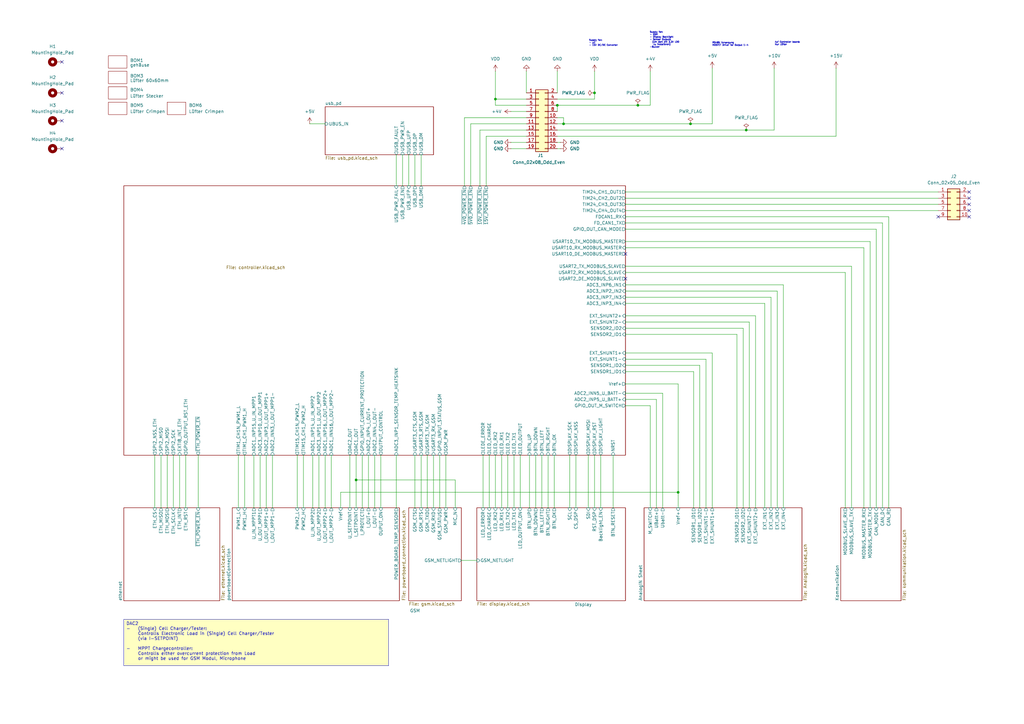
<source format=kicad_sch>
(kicad_sch
	(version 20231120)
	(generator "eeschema")
	(generator_version "8.0")
	(uuid "c727c9ac-c904-48c5-97eb-b572033b6df0")
	(paper "A3")
	(lib_symbols
		(symbol "Connector_Generic:Conn_02x05_Odd_Even"
			(pin_names
				(offset 1.016) hide)
			(exclude_from_sim no)
			(in_bom yes)
			(on_board yes)
			(property "Reference" "J"
				(at 1.27 7.62 0)
				(effects
					(font
						(size 1.27 1.27)
					)
				)
			)
			(property "Value" "Conn_02x05_Odd_Even"
				(at 1.27 -7.62 0)
				(effects
					(font
						(size 1.27 1.27)
					)
				)
			)
			(property "Footprint" ""
				(at 0 0 0)
				(effects
					(font
						(size 1.27 1.27)
					)
					(hide yes)
				)
			)
			(property "Datasheet" "~"
				(at 0 0 0)
				(effects
					(font
						(size 1.27 1.27)
					)
					(hide yes)
				)
			)
			(property "Description" "Generic connector, double row, 02x05, odd/even pin numbering scheme (row 1 odd numbers, row 2 even numbers), script generated (kicad-library-utils/schlib/autogen/connector/)"
				(at 0 0 0)
				(effects
					(font
						(size 1.27 1.27)
					)
					(hide yes)
				)
			)
			(property "ki_keywords" "connector"
				(at 0 0 0)
				(effects
					(font
						(size 1.27 1.27)
					)
					(hide yes)
				)
			)
			(property "ki_fp_filters" "Connector*:*_2x??_*"
				(at 0 0 0)
				(effects
					(font
						(size 1.27 1.27)
					)
					(hide yes)
				)
			)
			(symbol "Conn_02x05_Odd_Even_1_1"
				(rectangle
					(start -1.27 -4.953)
					(end 0 -5.207)
					(stroke
						(width 0.1524)
						(type default)
					)
					(fill
						(type none)
					)
				)
				(rectangle
					(start -1.27 -2.413)
					(end 0 -2.667)
					(stroke
						(width 0.1524)
						(type default)
					)
					(fill
						(type none)
					)
				)
				(rectangle
					(start -1.27 0.127)
					(end 0 -0.127)
					(stroke
						(width 0.1524)
						(type default)
					)
					(fill
						(type none)
					)
				)
				(rectangle
					(start -1.27 2.667)
					(end 0 2.413)
					(stroke
						(width 0.1524)
						(type default)
					)
					(fill
						(type none)
					)
				)
				(rectangle
					(start -1.27 5.207)
					(end 0 4.953)
					(stroke
						(width 0.1524)
						(type default)
					)
					(fill
						(type none)
					)
				)
				(rectangle
					(start -1.27 6.35)
					(end 3.81 -6.35)
					(stroke
						(width 0.254)
						(type default)
					)
					(fill
						(type background)
					)
				)
				(rectangle
					(start 3.81 -4.953)
					(end 2.54 -5.207)
					(stroke
						(width 0.1524)
						(type default)
					)
					(fill
						(type none)
					)
				)
				(rectangle
					(start 3.81 -2.413)
					(end 2.54 -2.667)
					(stroke
						(width 0.1524)
						(type default)
					)
					(fill
						(type none)
					)
				)
				(rectangle
					(start 3.81 0.127)
					(end 2.54 -0.127)
					(stroke
						(width 0.1524)
						(type default)
					)
					(fill
						(type none)
					)
				)
				(rectangle
					(start 3.81 2.667)
					(end 2.54 2.413)
					(stroke
						(width 0.1524)
						(type default)
					)
					(fill
						(type none)
					)
				)
				(rectangle
					(start 3.81 5.207)
					(end 2.54 4.953)
					(stroke
						(width 0.1524)
						(type default)
					)
					(fill
						(type none)
					)
				)
				(pin passive line
					(at -5.08 5.08 0)
					(length 3.81)
					(name "Pin_1"
						(effects
							(font
								(size 1.27 1.27)
							)
						)
					)
					(number "1"
						(effects
							(font
								(size 1.27 1.27)
							)
						)
					)
				)
				(pin passive line
					(at 7.62 -5.08 180)
					(length 3.81)
					(name "Pin_10"
						(effects
							(font
								(size 1.27 1.27)
							)
						)
					)
					(number "10"
						(effects
							(font
								(size 1.27 1.27)
							)
						)
					)
				)
				(pin passive line
					(at 7.62 5.08 180)
					(length 3.81)
					(name "Pin_2"
						(effects
							(font
								(size 1.27 1.27)
							)
						)
					)
					(number "2"
						(effects
							(font
								(size 1.27 1.27)
							)
						)
					)
				)
				(pin passive line
					(at -5.08 2.54 0)
					(length 3.81)
					(name "Pin_3"
						(effects
							(font
								(size 1.27 1.27)
							)
						)
					)
					(number "3"
						(effects
							(font
								(size 1.27 1.27)
							)
						)
					)
				)
				(pin passive line
					(at 7.62 2.54 180)
					(length 3.81)
					(name "Pin_4"
						(effects
							(font
								(size 1.27 1.27)
							)
						)
					)
					(number "4"
						(effects
							(font
								(size 1.27 1.27)
							)
						)
					)
				)
				(pin passive line
					(at -5.08 0 0)
					(length 3.81)
					(name "Pin_5"
						(effects
							(font
								(size 1.27 1.27)
							)
						)
					)
					(number "5"
						(effects
							(font
								(size 1.27 1.27)
							)
						)
					)
				)
				(pin passive line
					(at 7.62 0 180)
					(length 3.81)
					(name "Pin_6"
						(effects
							(font
								(size 1.27 1.27)
							)
						)
					)
					(number "6"
						(effects
							(font
								(size 1.27 1.27)
							)
						)
					)
				)
				(pin passive line
					(at -5.08 -2.54 0)
					(length 3.81)
					(name "Pin_7"
						(effects
							(font
								(size 1.27 1.27)
							)
						)
					)
					(number "7"
						(effects
							(font
								(size 1.27 1.27)
							)
						)
					)
				)
				(pin passive line
					(at 7.62 -2.54 180)
					(length 3.81)
					(name "Pin_8"
						(effects
							(font
								(size 1.27 1.27)
							)
						)
					)
					(number "8"
						(effects
							(font
								(size 1.27 1.27)
							)
						)
					)
				)
				(pin passive line
					(at -5.08 -5.08 0)
					(length 3.81)
					(name "Pin_9"
						(effects
							(font
								(size 1.27 1.27)
							)
						)
					)
					(number "9"
						(effects
							(font
								(size 1.27 1.27)
							)
						)
					)
				)
			)
		)
		(symbol "Connector_Generic:Conn_02x10_Odd_Even"
			(pin_names
				(offset 1.016) hide)
			(exclude_from_sim no)
			(in_bom yes)
			(on_board yes)
			(property "Reference" "J"
				(at 1.27 12.7 0)
				(effects
					(font
						(size 1.27 1.27)
					)
				)
			)
			(property "Value" "Conn_02x10_Odd_Even"
				(at 1.27 -15.24 0)
				(effects
					(font
						(size 1.27 1.27)
					)
				)
			)
			(property "Footprint" ""
				(at 0 0 0)
				(effects
					(font
						(size 1.27 1.27)
					)
					(hide yes)
				)
			)
			(property "Datasheet" "~"
				(at 0 0 0)
				(effects
					(font
						(size 1.27 1.27)
					)
					(hide yes)
				)
			)
			(property "Description" "Generic connector, double row, 02x10, odd/even pin numbering scheme (row 1 odd numbers, row 2 even numbers), script generated (kicad-library-utils/schlib/autogen/connector/)"
				(at 0 0 0)
				(effects
					(font
						(size 1.27 1.27)
					)
					(hide yes)
				)
			)
			(property "ki_keywords" "connector"
				(at 0 0 0)
				(effects
					(font
						(size 1.27 1.27)
					)
					(hide yes)
				)
			)
			(property "ki_fp_filters" "Connector*:*_2x??_*"
				(at 0 0 0)
				(effects
					(font
						(size 1.27 1.27)
					)
					(hide yes)
				)
			)
			(symbol "Conn_02x10_Odd_Even_1_1"
				(rectangle
					(start -1.27 -12.573)
					(end 0 -12.827)
					(stroke
						(width 0.1524)
						(type default)
					)
					(fill
						(type none)
					)
				)
				(rectangle
					(start -1.27 -10.033)
					(end 0 -10.287)
					(stroke
						(width 0.1524)
						(type default)
					)
					(fill
						(type none)
					)
				)
				(rectangle
					(start -1.27 -7.493)
					(end 0 -7.747)
					(stroke
						(width 0.1524)
						(type default)
					)
					(fill
						(type none)
					)
				)
				(rectangle
					(start -1.27 -4.953)
					(end 0 -5.207)
					(stroke
						(width 0.1524)
						(type default)
					)
					(fill
						(type none)
					)
				)
				(rectangle
					(start -1.27 -2.413)
					(end 0 -2.667)
					(stroke
						(width 0.1524)
						(type default)
					)
					(fill
						(type none)
					)
				)
				(rectangle
					(start -1.27 0.127)
					(end 0 -0.127)
					(stroke
						(width 0.1524)
						(type default)
					)
					(fill
						(type none)
					)
				)
				(rectangle
					(start -1.27 2.667)
					(end 0 2.413)
					(stroke
						(width 0.1524)
						(type default)
					)
					(fill
						(type none)
					)
				)
				(rectangle
					(start -1.27 5.207)
					(end 0 4.953)
					(stroke
						(width 0.1524)
						(type default)
					)
					(fill
						(type none)
					)
				)
				(rectangle
					(start -1.27 7.747)
					(end 0 7.493)
					(stroke
						(width 0.1524)
						(type default)
					)
					(fill
						(type none)
					)
				)
				(rectangle
					(start -1.27 10.287)
					(end 0 10.033)
					(stroke
						(width 0.1524)
						(type default)
					)
					(fill
						(type none)
					)
				)
				(rectangle
					(start -1.27 11.43)
					(end 3.81 -13.97)
					(stroke
						(width 0.254)
						(type default)
					)
					(fill
						(type background)
					)
				)
				(rectangle
					(start 3.81 -12.573)
					(end 2.54 -12.827)
					(stroke
						(width 0.1524)
						(type default)
					)
					(fill
						(type none)
					)
				)
				(rectangle
					(start 3.81 -10.033)
					(end 2.54 -10.287)
					(stroke
						(width 0.1524)
						(type default)
					)
					(fill
						(type none)
					)
				)
				(rectangle
					(start 3.81 -7.493)
					(end 2.54 -7.747)
					(stroke
						(width 0.1524)
						(type default)
					)
					(fill
						(type none)
					)
				)
				(rectangle
					(start 3.81 -4.953)
					(end 2.54 -5.207)
					(stroke
						(width 0.1524)
						(type default)
					)
					(fill
						(type none)
					)
				)
				(rectangle
					(start 3.81 -2.413)
					(end 2.54 -2.667)
					(stroke
						(width 0.1524)
						(type default)
					)
					(fill
						(type none)
					)
				)
				(rectangle
					(start 3.81 0.127)
					(end 2.54 -0.127)
					(stroke
						(width 0.1524)
						(type default)
					)
					(fill
						(type none)
					)
				)
				(rectangle
					(start 3.81 2.667)
					(end 2.54 2.413)
					(stroke
						(width 0.1524)
						(type default)
					)
					(fill
						(type none)
					)
				)
				(rectangle
					(start 3.81 5.207)
					(end 2.54 4.953)
					(stroke
						(width 0.1524)
						(type default)
					)
					(fill
						(type none)
					)
				)
				(rectangle
					(start 3.81 7.747)
					(end 2.54 7.493)
					(stroke
						(width 0.1524)
						(type default)
					)
					(fill
						(type none)
					)
				)
				(rectangle
					(start 3.81 10.287)
					(end 2.54 10.033)
					(stroke
						(width 0.1524)
						(type default)
					)
					(fill
						(type none)
					)
				)
				(pin passive line
					(at -5.08 10.16 0)
					(length 3.81)
					(name "Pin_1"
						(effects
							(font
								(size 1.27 1.27)
							)
						)
					)
					(number "1"
						(effects
							(font
								(size 1.27 1.27)
							)
						)
					)
				)
				(pin passive line
					(at 7.62 0 180)
					(length 3.81)
					(name "Pin_10"
						(effects
							(font
								(size 1.27 1.27)
							)
						)
					)
					(number "10"
						(effects
							(font
								(size 1.27 1.27)
							)
						)
					)
				)
				(pin passive line
					(at -5.08 -2.54 0)
					(length 3.81)
					(name "Pin_11"
						(effects
							(font
								(size 1.27 1.27)
							)
						)
					)
					(number "11"
						(effects
							(font
								(size 1.27 1.27)
							)
						)
					)
				)
				(pin passive line
					(at 7.62 -2.54 180)
					(length 3.81)
					(name "Pin_12"
						(effects
							(font
								(size 1.27 1.27)
							)
						)
					)
					(number "12"
						(effects
							(font
								(size 1.27 1.27)
							)
						)
					)
				)
				(pin passive line
					(at -5.08 -5.08 0)
					(length 3.81)
					(name "Pin_13"
						(effects
							(font
								(size 1.27 1.27)
							)
						)
					)
					(number "13"
						(effects
							(font
								(size 1.27 1.27)
							)
						)
					)
				)
				(pin passive line
					(at 7.62 -5.08 180)
					(length 3.81)
					(name "Pin_14"
						(effects
							(font
								(size 1.27 1.27)
							)
						)
					)
					(number "14"
						(effects
							(font
								(size 1.27 1.27)
							)
						)
					)
				)
				(pin passive line
					(at -5.08 -7.62 0)
					(length 3.81)
					(name "Pin_15"
						(effects
							(font
								(size 1.27 1.27)
							)
						)
					)
					(number "15"
						(effects
							(font
								(size 1.27 1.27)
							)
						)
					)
				)
				(pin passive line
					(at 7.62 -7.62 180)
					(length 3.81)
					(name "Pin_16"
						(effects
							(font
								(size 1.27 1.27)
							)
						)
					)
					(number "16"
						(effects
							(font
								(size 1.27 1.27)
							)
						)
					)
				)
				(pin passive line
					(at -5.08 -10.16 0)
					(length 3.81)
					(name "Pin_17"
						(effects
							(font
								(size 1.27 1.27)
							)
						)
					)
					(number "17"
						(effects
							(font
								(size 1.27 1.27)
							)
						)
					)
				)
				(pin passive line
					(at 7.62 -10.16 180)
					(length 3.81)
					(name "Pin_18"
						(effects
							(font
								(size 1.27 1.27)
							)
						)
					)
					(number "18"
						(effects
							(font
								(size 1.27 1.27)
							)
						)
					)
				)
				(pin passive line
					(at -5.08 -12.7 0)
					(length 3.81)
					(name "Pin_19"
						(effects
							(font
								(size 1.27 1.27)
							)
						)
					)
					(number "19"
						(effects
							(font
								(size 1.27 1.27)
							)
						)
					)
				)
				(pin passive line
					(at 7.62 10.16 180)
					(length 3.81)
					(name "Pin_2"
						(effects
							(font
								(size 1.27 1.27)
							)
						)
					)
					(number "2"
						(effects
							(font
								(size 1.27 1.27)
							)
						)
					)
				)
				(pin passive line
					(at 7.62 -12.7 180)
					(length 3.81)
					(name "Pin_20"
						(effects
							(font
								(size 1.27 1.27)
							)
						)
					)
					(number "20"
						(effects
							(font
								(size 1.27 1.27)
							)
						)
					)
				)
				(pin passive line
					(at -5.08 7.62 0)
					(length 3.81)
					(name "Pin_3"
						(effects
							(font
								(size 1.27 1.27)
							)
						)
					)
					(number "3"
						(effects
							(font
								(size 1.27 1.27)
							)
						)
					)
				)
				(pin passive line
					(at 7.62 7.62 180)
					(length 3.81)
					(name "Pin_4"
						(effects
							(font
								(size 1.27 1.27)
							)
						)
					)
					(number "4"
						(effects
							(font
								(size 1.27 1.27)
							)
						)
					)
				)
				(pin passive line
					(at -5.08 5.08 0)
					(length 3.81)
					(name "Pin_5"
						(effects
							(font
								(size 1.27 1.27)
							)
						)
					)
					(number "5"
						(effects
							(font
								(size 1.27 1.27)
							)
						)
					)
				)
				(pin passive line
					(at 7.62 5.08 180)
					(length 3.81)
					(name "Pin_6"
						(effects
							(font
								(size 1.27 1.27)
							)
						)
					)
					(number "6"
						(effects
							(font
								(size 1.27 1.27)
							)
						)
					)
				)
				(pin passive line
					(at -5.08 2.54 0)
					(length 3.81)
					(name "Pin_7"
						(effects
							(font
								(size 1.27 1.27)
							)
						)
					)
					(number "7"
						(effects
							(font
								(size 1.27 1.27)
							)
						)
					)
				)
				(pin passive line
					(at 7.62 2.54 180)
					(length 3.81)
					(name "Pin_8"
						(effects
							(font
								(size 1.27 1.27)
							)
						)
					)
					(number "8"
						(effects
							(font
								(size 1.27 1.27)
							)
						)
					)
				)
				(pin passive line
					(at -5.08 0 0)
					(length 3.81)
					(name "Pin_9"
						(effects
							(font
								(size 1.27 1.27)
							)
						)
					)
					(number "9"
						(effects
							(font
								(size 1.27 1.27)
							)
						)
					)
				)
			)
		)
		(symbol "Mechanical:MountingHole_Pad"
			(pin_numbers hide)
			(pin_names
				(offset 1.016) hide)
			(exclude_from_sim yes)
			(in_bom no)
			(on_board yes)
			(property "Reference" "H"
				(at 0 6.35 0)
				(effects
					(font
						(size 1.27 1.27)
					)
				)
			)
			(property "Value" "MountingHole_Pad"
				(at 0 4.445 0)
				(effects
					(font
						(size 1.27 1.27)
					)
				)
			)
			(property "Footprint" ""
				(at 0 0 0)
				(effects
					(font
						(size 1.27 1.27)
					)
					(hide yes)
				)
			)
			(property "Datasheet" "~"
				(at 0 0 0)
				(effects
					(font
						(size 1.27 1.27)
					)
					(hide yes)
				)
			)
			(property "Description" "Mounting Hole with connection"
				(at 0 0 0)
				(effects
					(font
						(size 1.27 1.27)
					)
					(hide yes)
				)
			)
			(property "ki_keywords" "mounting hole"
				(at 0 0 0)
				(effects
					(font
						(size 1.27 1.27)
					)
					(hide yes)
				)
			)
			(property "ki_fp_filters" "MountingHole*Pad*"
				(at 0 0 0)
				(effects
					(font
						(size 1.27 1.27)
					)
					(hide yes)
				)
			)
			(symbol "MountingHole_Pad_0_1"
				(circle
					(center 0 1.27)
					(radius 1.27)
					(stroke
						(width 1.27)
						(type default)
					)
					(fill
						(type none)
					)
				)
			)
			(symbol "MountingHole_Pad_1_1"
				(pin input line
					(at 0 -2.54 90)
					(length 2.54)
					(name "1"
						(effects
							(font
								(size 1.27 1.27)
							)
						)
					)
					(number "1"
						(effects
							(font
								(size 1.27 1.27)
							)
						)
					)
				)
			)
		)
		(symbol "myBOM_Part:BOM-Part"
			(pin_numbers hide)
			(pin_names
				(offset 0) hide)
			(exclude_from_sim no)
			(in_bom yes)
			(on_board no)
			(property "Reference" "BOM"
				(at 0 0 0)
				(effects
					(font
						(size 1.27 1.27)
					)
				)
			)
			(property "Value" ""
				(at 0 0 0)
				(effects
					(font
						(size 1.27 1.27)
					)
				)
			)
			(property "Footprint" "myDummy:BOM-Dummy"
				(at 0 0 0)
				(effects
					(font
						(size 1.27 1.27)
					)
					(hide yes)
				)
			)
			(property "Datasheet" ""
				(at 0 0 0)
				(effects
					(font
						(size 1.27 1.27)
					)
					(hide yes)
				)
			)
			(property "Description" ""
				(at 0 0 0)
				(effects
					(font
						(size 1.27 1.27)
					)
					(hide yes)
				)
			)
			(symbol "BOM-Part_0_1"
				(rectangle
					(start -3.81 2.54)
					(end 3.81 -2.54)
					(stroke
						(width 0)
						(type default)
					)
					(fill
						(type none)
					)
				)
			)
		)
		(symbol "power:+10V"
			(power)
			(pin_numbers hide)
			(pin_names
				(offset 0) hide)
			(exclude_from_sim no)
			(in_bom yes)
			(on_board yes)
			(property "Reference" "#PWR"
				(at 0 -3.81 0)
				(effects
					(font
						(size 1.27 1.27)
					)
					(hide yes)
				)
			)
			(property "Value" "+10V"
				(at 0 3.556 0)
				(effects
					(font
						(size 1.27 1.27)
					)
				)
			)
			(property "Footprint" ""
				(at 0 0 0)
				(effects
					(font
						(size 1.27 1.27)
					)
					(hide yes)
				)
			)
			(property "Datasheet" ""
				(at 0 0 0)
				(effects
					(font
						(size 1.27 1.27)
					)
					(hide yes)
				)
			)
			(property "Description" "Power symbol creates a global label with name \"+10V\""
				(at 0 0 0)
				(effects
					(font
						(size 1.27 1.27)
					)
					(hide yes)
				)
			)
			(property "ki_keywords" "global power"
				(at 0 0 0)
				(effects
					(font
						(size 1.27 1.27)
					)
					(hide yes)
				)
			)
			(symbol "+10V_0_1"
				(polyline
					(pts
						(xy -0.762 1.27) (xy 0 2.54)
					)
					(stroke
						(width 0)
						(type default)
					)
					(fill
						(type none)
					)
				)
				(polyline
					(pts
						(xy 0 0) (xy 0 2.54)
					)
					(stroke
						(width 0)
						(type default)
					)
					(fill
						(type none)
					)
				)
				(polyline
					(pts
						(xy 0 2.54) (xy 0.762 1.27)
					)
					(stroke
						(width 0)
						(type default)
					)
					(fill
						(type none)
					)
				)
			)
			(symbol "+10V_1_1"
				(pin power_in line
					(at 0 0 90)
					(length 0)
					(name "~"
						(effects
							(font
								(size 1.27 1.27)
							)
						)
					)
					(number "1"
						(effects
							(font
								(size 1.27 1.27)
							)
						)
					)
				)
			)
		)
		(symbol "power:+15V"
			(power)
			(pin_numbers hide)
			(pin_names
				(offset 0) hide)
			(exclude_from_sim no)
			(in_bom yes)
			(on_board yes)
			(property "Reference" "#PWR"
				(at 0 -3.81 0)
				(effects
					(font
						(size 1.27 1.27)
					)
					(hide yes)
				)
			)
			(property "Value" "+15V"
				(at 0 3.556 0)
				(effects
					(font
						(size 1.27 1.27)
					)
				)
			)
			(property "Footprint" ""
				(at 0 0 0)
				(effects
					(font
						(size 1.27 1.27)
					)
					(hide yes)
				)
			)
			(property "Datasheet" ""
				(at 0 0 0)
				(effects
					(font
						(size 1.27 1.27)
					)
					(hide yes)
				)
			)
			(property "Description" "Power symbol creates a global label with name \"+15V\""
				(at 0 0 0)
				(effects
					(font
						(size 1.27 1.27)
					)
					(hide yes)
				)
			)
			(property "ki_keywords" "global power"
				(at 0 0 0)
				(effects
					(font
						(size 1.27 1.27)
					)
					(hide yes)
				)
			)
			(symbol "+15V_0_1"
				(polyline
					(pts
						(xy -0.762 1.27) (xy 0 2.54)
					)
					(stroke
						(width 0)
						(type default)
					)
					(fill
						(type none)
					)
				)
				(polyline
					(pts
						(xy 0 0) (xy 0 2.54)
					)
					(stroke
						(width 0)
						(type default)
					)
					(fill
						(type none)
					)
				)
				(polyline
					(pts
						(xy 0 2.54) (xy 0.762 1.27)
					)
					(stroke
						(width 0)
						(type default)
					)
					(fill
						(type none)
					)
				)
			)
			(symbol "+15V_1_1"
				(pin power_in line
					(at 0 0 90)
					(length 0)
					(name "~"
						(effects
							(font
								(size 1.27 1.27)
							)
						)
					)
					(number "1"
						(effects
							(font
								(size 1.27 1.27)
							)
						)
					)
				)
			)
		)
		(symbol "power:+4V"
			(power)
			(pin_numbers hide)
			(pin_names
				(offset 0) hide)
			(exclude_from_sim no)
			(in_bom yes)
			(on_board yes)
			(property "Reference" "#PWR"
				(at 0 -3.81 0)
				(effects
					(font
						(size 1.27 1.27)
					)
					(hide yes)
				)
			)
			(property "Value" "+4V"
				(at 0 3.556 0)
				(effects
					(font
						(size 1.27 1.27)
					)
				)
			)
			(property "Footprint" ""
				(at 0 0 0)
				(effects
					(font
						(size 1.27 1.27)
					)
					(hide yes)
				)
			)
			(property "Datasheet" ""
				(at 0 0 0)
				(effects
					(font
						(size 1.27 1.27)
					)
					(hide yes)
				)
			)
			(property "Description" "Power symbol creates a global label with name \"+4V\""
				(at 0 0 0)
				(effects
					(font
						(size 1.27 1.27)
					)
					(hide yes)
				)
			)
			(property "ki_keywords" "global power"
				(at 0 0 0)
				(effects
					(font
						(size 1.27 1.27)
					)
					(hide yes)
				)
			)
			(symbol "+4V_0_1"
				(polyline
					(pts
						(xy -0.762 1.27) (xy 0 2.54)
					)
					(stroke
						(width 0)
						(type default)
					)
					(fill
						(type none)
					)
				)
				(polyline
					(pts
						(xy 0 0) (xy 0 2.54)
					)
					(stroke
						(width 0)
						(type default)
					)
					(fill
						(type none)
					)
				)
				(polyline
					(pts
						(xy 0 2.54) (xy 0.762 1.27)
					)
					(stroke
						(width 0)
						(type default)
					)
					(fill
						(type none)
					)
				)
			)
			(symbol "+4V_1_1"
				(pin power_in line
					(at 0 0 90)
					(length 0)
					(name "~"
						(effects
							(font
								(size 1.27 1.27)
							)
						)
					)
					(number "1"
						(effects
							(font
								(size 1.27 1.27)
							)
						)
					)
				)
			)
		)
		(symbol "power:+5V"
			(power)
			(pin_numbers hide)
			(pin_names
				(offset 0) hide)
			(exclude_from_sim no)
			(in_bom yes)
			(on_board yes)
			(property "Reference" "#PWR"
				(at 0 -3.81 0)
				(effects
					(font
						(size 1.27 1.27)
					)
					(hide yes)
				)
			)
			(property "Value" "+5V"
				(at 0 3.556 0)
				(effects
					(font
						(size 1.27 1.27)
					)
				)
			)
			(property "Footprint" ""
				(at 0 0 0)
				(effects
					(font
						(size 1.27 1.27)
					)
					(hide yes)
				)
			)
			(property "Datasheet" ""
				(at 0 0 0)
				(effects
					(font
						(size 1.27 1.27)
					)
					(hide yes)
				)
			)
			(property "Description" "Power symbol creates a global label with name \"+5V\""
				(at 0 0 0)
				(effects
					(font
						(size 1.27 1.27)
					)
					(hide yes)
				)
			)
			(property "ki_keywords" "global power"
				(at 0 0 0)
				(effects
					(font
						(size 1.27 1.27)
					)
					(hide yes)
				)
			)
			(symbol "+5V_0_1"
				(polyline
					(pts
						(xy -0.762 1.27) (xy 0 2.54)
					)
					(stroke
						(width 0)
						(type default)
					)
					(fill
						(type none)
					)
				)
				(polyline
					(pts
						(xy 0 0) (xy 0 2.54)
					)
					(stroke
						(width 0)
						(type default)
					)
					(fill
						(type none)
					)
				)
				(polyline
					(pts
						(xy 0 2.54) (xy 0.762 1.27)
					)
					(stroke
						(width 0)
						(type default)
					)
					(fill
						(type none)
					)
				)
			)
			(symbol "+5V_1_1"
				(pin power_in line
					(at 0 0 90)
					(length 0)
					(name "~"
						(effects
							(font
								(size 1.27 1.27)
							)
						)
					)
					(number "1"
						(effects
							(font
								(size 1.27 1.27)
							)
						)
					)
				)
			)
		)
		(symbol "power:GND"
			(power)
			(pin_numbers hide)
			(pin_names
				(offset 0) hide)
			(exclude_from_sim no)
			(in_bom yes)
			(on_board yes)
			(property "Reference" "#PWR"
				(at 0 -6.35 0)
				(effects
					(font
						(size 1.27 1.27)
					)
					(hide yes)
				)
			)
			(property "Value" "GND"
				(at 0 -3.81 0)
				(effects
					(font
						(size 1.27 1.27)
					)
				)
			)
			(property "Footprint" ""
				(at 0 0 0)
				(effects
					(font
						(size 1.27 1.27)
					)
					(hide yes)
				)
			)
			(property "Datasheet" ""
				(at 0 0 0)
				(effects
					(font
						(size 1.27 1.27)
					)
					(hide yes)
				)
			)
			(property "Description" "Power symbol creates a global label with name \"GND\" , ground"
				(at 0 0 0)
				(effects
					(font
						(size 1.27 1.27)
					)
					(hide yes)
				)
			)
			(property "ki_keywords" "global power"
				(at 0 0 0)
				(effects
					(font
						(size 1.27 1.27)
					)
					(hide yes)
				)
			)
			(symbol "GND_0_1"
				(polyline
					(pts
						(xy 0 0) (xy 0 -1.27) (xy 1.27 -1.27) (xy 0 -2.54) (xy -1.27 -1.27) (xy 0 -1.27)
					)
					(stroke
						(width 0)
						(type default)
					)
					(fill
						(type none)
					)
				)
			)
			(symbol "GND_1_1"
				(pin power_in line
					(at 0 0 270)
					(length 0)
					(name "~"
						(effects
							(font
								(size 1.27 1.27)
							)
						)
					)
					(number "1"
						(effects
							(font
								(size 1.27 1.27)
							)
						)
					)
				)
			)
		)
		(symbol "power:PWR_FLAG"
			(power)
			(pin_numbers hide)
			(pin_names
				(offset 0) hide)
			(exclude_from_sim no)
			(in_bom yes)
			(on_board yes)
			(property "Reference" "#FLG"
				(at 0 1.905 0)
				(effects
					(font
						(size 1.27 1.27)
					)
					(hide yes)
				)
			)
			(property "Value" "PWR_FLAG"
				(at 0 3.81 0)
				(effects
					(font
						(size 1.27 1.27)
					)
				)
			)
			(property "Footprint" ""
				(at 0 0 0)
				(effects
					(font
						(size 1.27 1.27)
					)
					(hide yes)
				)
			)
			(property "Datasheet" "~"
				(at 0 0 0)
				(effects
					(font
						(size 1.27 1.27)
					)
					(hide yes)
				)
			)
			(property "Description" "Special symbol for telling ERC where power comes from"
				(at 0 0 0)
				(effects
					(font
						(size 1.27 1.27)
					)
					(hide yes)
				)
			)
			(property "ki_keywords" "flag power"
				(at 0 0 0)
				(effects
					(font
						(size 1.27 1.27)
					)
					(hide yes)
				)
			)
			(symbol "PWR_FLAG_0_0"
				(pin power_out line
					(at 0 0 90)
					(length 0)
					(name "~"
						(effects
							(font
								(size 1.27 1.27)
							)
						)
					)
					(number "1"
						(effects
							(font
								(size 1.27 1.27)
							)
						)
					)
				)
			)
			(symbol "PWR_FLAG_0_1"
				(polyline
					(pts
						(xy 0 0) (xy 0 1.27) (xy -1.016 1.905) (xy 0 2.54) (xy 1.016 1.905) (xy 0 1.27)
					)
					(stroke
						(width 0)
						(type default)
					)
					(fill
						(type none)
					)
				)
			)
		)
		(symbol "power:VDD"
			(power)
			(pin_numbers hide)
			(pin_names
				(offset 0) hide)
			(exclude_from_sim no)
			(in_bom yes)
			(on_board yes)
			(property "Reference" "#PWR"
				(at 0 -3.81 0)
				(effects
					(font
						(size 1.27 1.27)
					)
					(hide yes)
				)
			)
			(property "Value" "VDD"
				(at 0 3.556 0)
				(effects
					(font
						(size 1.27 1.27)
					)
				)
			)
			(property "Footprint" ""
				(at 0 0 0)
				(effects
					(font
						(size 1.27 1.27)
					)
					(hide yes)
				)
			)
			(property "Datasheet" ""
				(at 0 0 0)
				(effects
					(font
						(size 1.27 1.27)
					)
					(hide yes)
				)
			)
			(property "Description" "Power symbol creates a global label with name \"VDD\""
				(at 0 0 0)
				(effects
					(font
						(size 1.27 1.27)
					)
					(hide yes)
				)
			)
			(property "ki_keywords" "global power"
				(at 0 0 0)
				(effects
					(font
						(size 1.27 1.27)
					)
					(hide yes)
				)
			)
			(symbol "VDD_0_1"
				(polyline
					(pts
						(xy -0.762 1.27) (xy 0 2.54)
					)
					(stroke
						(width 0)
						(type default)
					)
					(fill
						(type none)
					)
				)
				(polyline
					(pts
						(xy 0 0) (xy 0 2.54)
					)
					(stroke
						(width 0)
						(type default)
					)
					(fill
						(type none)
					)
				)
				(polyline
					(pts
						(xy 0 2.54) (xy 0.762 1.27)
					)
					(stroke
						(width 0)
						(type default)
					)
					(fill
						(type none)
					)
				)
			)
			(symbol "VDD_1_1"
				(pin power_in line
					(at 0 0 90)
					(length 0)
					(name "~"
						(effects
							(font
								(size 1.27 1.27)
							)
						)
					)
					(number "1"
						(effects
							(font
								(size 1.27 1.27)
							)
						)
					)
				)
			)
		)
	)
	(junction
		(at 243.84 38.1)
		(diameter 0)
		(color 0 0 0 0)
		(uuid "1440d501-d7e3-49ba-8a34-5c571e1c3938")
	)
	(junction
		(at 146.05 196.85)
		(diameter 0)
		(color 0 0 0 0)
		(uuid "29b29d33-80dc-4991-959f-002592d20656")
	)
	(junction
		(at 228.6 43.18)
		(diameter 0)
		(color 0 0 0 0)
		(uuid "8744acc0-27cc-4b96-bb3c-be3af606fbec")
	)
	(junction
		(at 231.14 50.8)
		(diameter 0)
		(color 0 0 0 0)
		(uuid "8fcaee3d-6aef-45ef-989e-95a1d41465ca")
	)
	(junction
		(at 261.62 43.18)
		(diameter 0)
		(color 0 0 0 0)
		(uuid "a1facf37-8115-42dc-a12b-52df6711f426")
	)
	(junction
		(at 283.21 50.8)
		(diameter 0)
		(color 0 0 0 0)
		(uuid "a69970da-362e-40bd-8881-145b5c9bcd7a")
	)
	(junction
		(at 203.2 40.64)
		(diameter 0)
		(color 0 0 0 0)
		(uuid "b362d1a4-3515-4224-ab30-a7a7703e6666")
	)
	(junction
		(at 278.13 201.93)
		(diameter 0)
		(color 0 0 0 0)
		(uuid "bb697d00-3467-4d03-a18b-63d51009b359")
	)
	(junction
		(at 306.07 53.34)
		(diameter 0)
		(color 0 0 0 0)
		(uuid "cf62749c-e872-4852-bf98-1e4069829a35")
	)
	(no_connect
		(at 25.4 25.4)
		(uuid "094ef8a9-43c7-428b-ae9e-45004daf2725")
	)
	(no_connect
		(at 256.54 114.3)
		(uuid "34263a0d-9f47-4852-aac0-3eabe263f403")
	)
	(no_connect
		(at 397.51 81.28)
		(uuid "47cd6d2f-f63e-4122-bcd8-6516684ca900")
	)
	(no_connect
		(at 384.81 88.9)
		(uuid "5943b70c-97e9-46e8-8e67-aae20112e79f")
	)
	(no_connect
		(at 25.4 38.1)
		(uuid "8aae118f-1cff-4835-94bc-fa4412d6282b")
	)
	(no_connect
		(at 25.4 49.53)
		(uuid "96900b9c-7fea-410a-80e7-76cfecd90a3f")
	)
	(no_connect
		(at 25.4 60.96)
		(uuid "ad3bfbe6-2454-452b-9d72-de30647ce84c")
	)
	(no_connect
		(at 397.51 83.82)
		(uuid "d0b13049-6d72-4970-8f44-6f854a55a082")
	)
	(no_connect
		(at 397.51 78.74)
		(uuid "d96e61f6-528e-4560-ba60-0f1d631453a4")
	)
	(no_connect
		(at 256.54 104.14)
		(uuid "e92c5b21-618b-4bfe-bec4-c5d95b58386c")
	)
	(no_connect
		(at 397.51 88.9)
		(uuid "eea5b011-baec-4c62-ad2e-42a9cfc6e458")
	)
	(no_connect
		(at 397.51 86.36)
		(uuid "f2e75017-fc4d-4588-9c44-65af9dff2a24")
	)
	(wire
		(pts
			(xy 243.84 186.69) (xy 243.84 208.28)
		)
		(stroke
			(width 0)
			(type default)
		)
		(uuid "0173e106-5806-4aa4-9a86-0c2da6936cb7")
	)
	(wire
		(pts
			(xy 203.2 186.69) (xy 203.2 208.28)
		)
		(stroke
			(width 0)
			(type default)
		)
		(uuid "01f49e38-d1a7-4adc-b980-9e84f9ea55fa")
	)
	(wire
		(pts
			(xy 156.21 186.69) (xy 156.21 208.28)
		)
		(stroke
			(width 0)
			(type default)
		)
		(uuid "07396d27-c869-46fc-b97e-481d47878f09")
	)
	(wire
		(pts
			(xy 68.58 186.69) (xy 68.58 208.28)
		)
		(stroke
			(width 0)
			(type default)
		)
		(uuid "07b03f5f-133b-4c14-8624-4cb3951e4d50")
	)
	(wire
		(pts
			(xy 306.07 53.34) (xy 317.5 53.34)
		)
		(stroke
			(width 0)
			(type default)
		)
		(uuid "0ad463db-7d22-4e65-a7ab-15c241364bbc")
	)
	(wire
		(pts
			(xy 100.33 186.69) (xy 100.33 208.28)
		)
		(stroke
			(width 0)
			(type default)
		)
		(uuid "0ad8c2ea-0cd5-40ca-bf93-a6fbf97d89fb")
	)
	(wire
		(pts
			(xy 217.17 186.69) (xy 217.17 208.28)
		)
		(stroke
			(width 0)
			(type default)
		)
		(uuid "0d18af18-b1a5-479c-82ca-2b02268ae616")
	)
	(wire
		(pts
			(xy 124.46 186.69) (xy 124.46 208.28)
		)
		(stroke
			(width 0)
			(type default)
		)
		(uuid "0d8bd4b1-38be-4141-8b81-f22eed101491")
	)
	(wire
		(pts
			(xy 269.24 163.83) (xy 269.24 208.28)
		)
		(stroke
			(width 0)
			(type default)
		)
		(uuid "0e81050a-7a2a-4350-89c1-a1697dda4bbe")
	)
	(wire
		(pts
			(xy 246.38 186.69) (xy 246.38 208.28)
		)
		(stroke
			(width 0)
			(type default)
		)
		(uuid "112d6ab4-0106-4b01-a0bc-12facf0b4c1e")
	)
	(wire
		(pts
			(xy 349.25 109.22) (xy 349.25 208.28)
		)
		(stroke
			(width 0)
			(type default)
		)
		(uuid "12577953-8417-4299-8f0c-c7bacb8ccecd")
	)
	(wire
		(pts
			(xy 228.6 53.34) (xy 306.07 53.34)
		)
		(stroke
			(width 0)
			(type default)
		)
		(uuid "1278f696-19c3-424e-8edf-0c91228c0090")
	)
	(wire
		(pts
			(xy 228.6 48.26) (xy 231.14 48.26)
		)
		(stroke
			(width 0)
			(type default)
		)
		(uuid "17076b0f-e70d-4e55-b57f-77b14faea807")
	)
	(wire
		(pts
			(xy 193.04 50.8) (xy 193.04 76.2)
		)
		(stroke
			(width 0)
			(type default)
		)
		(uuid "20660020-83d9-41e6-931f-1aaa1d5de4ff")
	)
	(wire
		(pts
			(xy 196.85 53.34) (xy 196.85 76.2)
		)
		(stroke
			(width 0)
			(type default)
		)
		(uuid "228eb651-6b97-407b-9785-bf86cb28720f")
	)
	(wire
		(pts
			(xy 111.76 186.69) (xy 111.76 208.28)
		)
		(stroke
			(width 0)
			(type default)
		)
		(uuid "22e91a8f-c474-45d3-b7d4-341632927e44")
	)
	(wire
		(pts
			(xy 228.6 60.96) (xy 229.87 60.96)
		)
		(stroke
			(width 0)
			(type default)
		)
		(uuid "2310585b-a35f-4065-ae53-64100719a5cf")
	)
	(wire
		(pts
			(xy 364.49 88.9) (xy 256.54 88.9)
		)
		(stroke
			(width 0)
			(type default)
		)
		(uuid "241c74af-2066-4c49-8d1e-e175f56fe66f")
	)
	(wire
		(pts
			(xy 219.71 186.69) (xy 219.71 208.28)
		)
		(stroke
			(width 0)
			(type default)
		)
		(uuid "24a3f5ab-3f23-4fce-91e8-44f99f85fbba")
	)
	(wire
		(pts
			(xy 356.87 99.06) (xy 256.54 99.06)
		)
		(stroke
			(width 0)
			(type default)
		)
		(uuid "261ae10a-5851-4ccd-8810-6c8813cd227d")
	)
	(wire
		(pts
			(xy 278.13 157.48) (xy 256.54 157.48)
		)
		(stroke
			(width 0)
			(type default)
		)
		(uuid "27f9b2a2-aa7e-4882-97db-55a844e059bc")
	)
	(wire
		(pts
			(xy 109.22 186.69) (xy 109.22 208.28)
		)
		(stroke
			(width 0)
			(type default)
		)
		(uuid "28b3030f-5c26-4c4f-9558-b64bfdc08e60")
	)
	(wire
		(pts
			(xy 121.92 186.69) (xy 121.92 208.28)
		)
		(stroke
			(width 0)
			(type default)
		)
		(uuid "2aeca4a3-9f3b-42e9-a573-e80b6868a0e2")
	)
	(wire
		(pts
			(xy 175.26 186.69) (xy 175.26 208.28)
		)
		(stroke
			(width 0)
			(type default)
		)
		(uuid "2c7d9eff-976c-4d6c-ac08-3d6afc4f0c02")
	)
	(wire
		(pts
			(xy 228.6 55.88) (xy 342.9 55.88)
		)
		(stroke
			(width 0)
			(type default)
		)
		(uuid "2d325263-f947-4467-a01d-9160a4fc896f")
	)
	(wire
		(pts
			(xy 256.54 144.78) (xy 292.1 144.78)
		)
		(stroke
			(width 0)
			(type default)
		)
		(uuid "2fb8a619-8caf-46ab-97a8-7f828661af3f")
	)
	(wire
		(pts
			(xy 256.54 119.38) (xy 318.77 119.38)
		)
		(stroke
			(width 0)
			(type default)
		)
		(uuid "2fd2a103-0b85-4003-9384-4480d5fbbe8a")
	)
	(wire
		(pts
			(xy 354.33 101.6) (xy 256.54 101.6)
		)
		(stroke
			(width 0)
			(type default)
		)
		(uuid "3127bdc3-e605-4c9d-a157-ef39ea93f87a")
	)
	(wire
		(pts
			(xy 256.54 149.86) (xy 287.02 149.86)
		)
		(stroke
			(width 0)
			(type default)
		)
		(uuid "327f983b-2cb6-4229-a6ce-68a8ef2ae737")
	)
	(wire
		(pts
			(xy 256.54 111.76) (xy 346.71 111.76)
		)
		(stroke
			(width 0)
			(type default)
		)
		(uuid "337168a8-6b1a-4334-9df8-a0a1d1ed54b9")
	)
	(wire
		(pts
			(xy 148.59 186.69) (xy 148.59 208.28)
		)
		(stroke
			(width 0)
			(type default)
		)
		(uuid "35d706a9-f744-4178-98d8-75ed9b1686b2")
	)
	(wire
		(pts
			(xy 228.6 43.18) (xy 228.6 45.72)
		)
		(stroke
			(width 0)
			(type default)
		)
		(uuid "35ef0bd6-da77-441b-9964-6722b02680d2")
	)
	(wire
		(pts
			(xy 170.18 186.69) (xy 170.18 208.28)
		)
		(stroke
			(width 0)
			(type default)
		)
		(uuid "36cd6de3-e4c5-4015-bcb7-1c259b057500")
	)
	(wire
		(pts
			(xy 200.66 186.69) (xy 200.66 208.28)
		)
		(stroke
			(width 0)
			(type default)
		)
		(uuid "37d4b0ec-7910-42c3-852b-2babb83c1e15")
	)
	(wire
		(pts
			(xy 128.27 186.69) (xy 128.27 208.28)
		)
		(stroke
			(width 0)
			(type default)
		)
		(uuid "3a02e49e-3c89-4cde-886c-1af7a3c2cbe9")
	)
	(wire
		(pts
			(xy 182.88 186.69) (xy 182.88 208.28)
		)
		(stroke
			(width 0)
			(type default)
		)
		(uuid "3d0484db-2ff4-49e6-9465-d773579b4ef0")
	)
	(wire
		(pts
			(xy 146.05 186.69) (xy 146.05 196.85)
		)
		(stroke
			(width 0)
			(type default)
		)
		(uuid "3d5bd7d5-0def-4578-9e53-c5e840e6fa0c")
	)
	(wire
		(pts
			(xy 256.54 121.92) (xy 316.23 121.92)
		)
		(stroke
			(width 0)
			(type default)
		)
		(uuid "3f03f2cf-5518-42bc-8826-61e7d159c5d3")
	)
	(wire
		(pts
			(xy 172.72 63.5) (xy 172.72 76.2)
		)
		(stroke
			(width 0)
			(type default)
		)
		(uuid "4022d973-20e3-4de9-9155-b3e5136abfa6")
	)
	(wire
		(pts
			(xy 359.41 93.98) (xy 359.41 208.28)
		)
		(stroke
			(width 0)
			(type default)
		)
		(uuid "40887a61-3879-42f6-96e3-63cdc723d80a")
	)
	(wire
		(pts
			(xy 228.6 50.8) (xy 231.14 50.8)
		)
		(stroke
			(width 0)
			(type default)
		)
		(uuid "41f8f125-fb5d-402c-bbfd-779722abdc07")
	)
	(wire
		(pts
			(xy 162.56 63.5) (xy 162.56 76.2)
		)
		(stroke
			(width 0)
			(type default)
		)
		(uuid "440c6003-2329-49f1-b266-384772898317")
	)
	(wire
		(pts
			(xy 215.9 55.88) (xy 199.39 55.88)
		)
		(stroke
			(width 0)
			(type default)
		)
		(uuid "457fc30b-d259-433f-a121-89da51c2c375")
	)
	(wire
		(pts
			(xy 143.51 186.69) (xy 143.51 208.28)
		)
		(stroke
			(width 0)
			(type default)
		)
		(uuid "469dd68e-1e85-48f6-a872-cca01cd5b702")
	)
	(wire
		(pts
			(xy 167.64 63.5) (xy 167.64 76.2)
		)
		(stroke
			(width 0)
			(type default)
		)
		(uuid "46a9c269-6dd2-4d7d-b3ac-8bb43f7a50e8")
	)
	(wire
		(pts
			(xy 146.05 196.85) (xy 146.05 208.28)
		)
		(stroke
			(width 0)
			(type default)
		)
		(uuid "48fa785d-3d41-4c64-943c-fb00cdd1324e")
	)
	(wire
		(pts
			(xy 146.05 196.85) (xy 186.69 196.85)
		)
		(stroke
			(width 0)
			(type default)
		)
		(uuid "4a044452-911e-4dc7-aacc-11e0f812eebb")
	)
	(wire
		(pts
			(xy 209.55 60.96) (xy 215.9 60.96)
		)
		(stroke
			(width 0)
			(type default)
		)
		(uuid "4b6d8a21-6a3e-4c09-ab39-254f7a88b333")
	)
	(wire
		(pts
			(xy 256.54 163.83) (xy 269.24 163.83)
		)
		(stroke
			(width 0)
			(type default)
		)
		(uuid "4b83a200-cefd-47ed-ac86-0b31b80f33d3")
	)
	(wire
		(pts
			(xy 278.13 157.48) (xy 278.13 201.93)
		)
		(stroke
			(width 0)
			(type default)
		)
		(uuid "4bf82a3d-19e9-4a43-b547-9798523e653d")
	)
	(wire
		(pts
			(xy 256.54 86.36) (xy 384.81 86.36)
		)
		(stroke
			(width 0)
			(type default)
		)
		(uuid "4ea6c37a-5f04-40f1-b0ba-3d04603c6cdc")
	)
	(wire
		(pts
			(xy 209.55 45.72) (xy 215.9 45.72)
		)
		(stroke
			(width 0)
			(type default)
		)
		(uuid "53bddfe9-69a8-499d-97fe-f0fbf3a81b55")
	)
	(wire
		(pts
			(xy 364.49 208.28) (xy 364.49 88.9)
		)
		(stroke
			(width 0)
			(type default)
		)
		(uuid "5494d7ab-6145-443a-8fdf-5a132f97d329")
	)
	(wire
		(pts
			(xy 153.67 186.69) (xy 153.67 208.28)
		)
		(stroke
			(width 0)
			(type default)
		)
		(uuid "55782ca3-d07a-4d87-a24c-fe10dcfed1d9")
	)
	(wire
		(pts
			(xy 256.54 166.37) (xy 266.7 166.37)
		)
		(stroke
			(width 0)
			(type default)
		)
		(uuid "5780f482-099c-446c-b461-1dc7fbb594e1")
	)
	(wire
		(pts
			(xy 81.28 186.69) (xy 81.28 208.28)
		)
		(stroke
			(width 0)
			(type default)
		)
		(uuid "5a07a691-6acd-4f9d-8610-f6cdfc848e85")
	)
	(wire
		(pts
			(xy 256.54 137.16) (xy 302.26 137.16)
		)
		(stroke
			(width 0)
			(type default)
		)
		(uuid "5cd1569e-8e19-4cc9-8558-26e638b67245")
	)
	(wire
		(pts
			(xy 233.68 186.69) (xy 233.68 208.28)
		)
		(stroke
			(width 0)
			(type default)
		)
		(uuid "5dfc650b-e518-460b-b341-1e4102210c17")
	)
	(wire
		(pts
			(xy 256.54 116.84) (xy 321.31 116.84)
		)
		(stroke
			(width 0)
			(type default)
		)
		(uuid "5f500884-df2c-41ea-a46a-80714b4253cf")
	)
	(wire
		(pts
			(xy 318.77 119.38) (xy 318.77 208.28)
		)
		(stroke
			(width 0)
			(type default)
		)
		(uuid "61120996-b278-4a9b-b340-42b41a837e01")
	)
	(wire
		(pts
			(xy 307.34 132.08) (xy 307.34 208.28)
		)
		(stroke
			(width 0)
			(type default)
		)
		(uuid "62099dff-636f-4fac-80bb-45bcaa773890")
	)
	(wire
		(pts
			(xy 186.69 196.85) (xy 186.69 208.28)
		)
		(stroke
			(width 0)
			(type default)
		)
		(uuid "6370240d-3a63-4097-bd2d-9eeb9b09f593")
	)
	(wire
		(pts
			(xy 361.95 91.44) (xy 256.54 91.44)
		)
		(stroke
			(width 0)
			(type default)
		)
		(uuid "66a82d8f-a195-4ac7-8517-78e5b0bdb038")
	)
	(wire
		(pts
			(xy 208.28 186.69) (xy 208.28 208.28)
		)
		(stroke
			(width 0)
			(type default)
		)
		(uuid "67dffc83-7533-4fd1-9645-721fe6077567")
	)
	(wire
		(pts
			(xy 256.54 152.4) (xy 284.48 152.4)
		)
		(stroke
			(width 0)
			(type default)
		)
		(uuid "682439d5-5fe1-4b4b-96a2-6eaa885f8736")
	)
	(wire
		(pts
			(xy 215.9 40.64) (xy 203.2 40.64)
		)
		(stroke
			(width 0)
			(type default)
		)
		(uuid "686f5541-96a7-4cd1-ad6b-fe0268880294")
	)
	(wire
		(pts
			(xy 228.6 43.18) (xy 261.62 43.18)
		)
		(stroke
			(width 0)
			(type default)
		)
		(uuid "69d73a4d-f49d-4fa8-9754-947cf5eb8256")
	)
	(wire
		(pts
			(xy 278.13 201.93) (xy 278.13 208.28)
		)
		(stroke
			(width 0)
			(type default)
		)
		(uuid "6ebae149-b828-456e-b601-fa3821d74a9a")
	)
	(wire
		(pts
			(xy 199.39 55.88) (xy 199.39 76.2)
		)
		(stroke
			(width 0)
			(type default)
		)
		(uuid "6ee33c12-a02f-4bf8-89bf-e26a80a948c8")
	)
	(wire
		(pts
			(xy 97.79 186.69) (xy 97.79 208.28)
		)
		(stroke
			(width 0)
			(type default)
		)
		(uuid "6fb6b4f5-16bf-4735-b56d-70ee2d528efa")
	)
	(wire
		(pts
			(xy 133.35 186.69) (xy 133.35 208.28)
		)
		(stroke
			(width 0)
			(type default)
		)
		(uuid "7363caf5-8046-4f56-a483-72bbd301933a")
	)
	(wire
		(pts
			(xy 222.25 186.69) (xy 222.25 208.28)
		)
		(stroke
			(width 0)
			(type default)
		)
		(uuid "740f5388-0932-4357-ab9a-3bcea0a0ade3")
	)
	(wire
		(pts
			(xy 287.02 149.86) (xy 287.02 208.28)
		)
		(stroke
			(width 0)
			(type default)
		)
		(uuid "77d9af52-057b-4f91-ae24-ea097ac4055a")
	)
	(wire
		(pts
			(xy 76.2 186.69) (xy 76.2 208.28)
		)
		(stroke
			(width 0)
			(type default)
		)
		(uuid "77e4455e-28d0-41a8-ae25-2ad52ee1fca3")
	)
	(wire
		(pts
			(xy 346.71 111.76) (xy 346.71 208.28)
		)
		(stroke
			(width 0)
			(type default)
		)
		(uuid "78134870-ecd2-4b09-9840-92d97326a93c")
	)
	(wire
		(pts
			(xy 243.84 38.1) (xy 243.84 40.64)
		)
		(stroke
			(width 0)
			(type default)
		)
		(uuid "783e0c48-9984-4e56-9eb9-d8602c39c3c2")
	)
	(wire
		(pts
			(xy 189.23 229.87) (xy 195.58 229.87)
		)
		(stroke
			(width 0)
			(type default)
		)
		(uuid "7af8447b-cb61-463b-b685-3c4b90a236ca")
	)
	(wire
		(pts
			(xy 227.33 186.69) (xy 227.33 208.28)
		)
		(stroke
			(width 0)
			(type default)
		)
		(uuid "7bd96029-04f8-4cd1-bdac-038815ebd85c")
	)
	(wire
		(pts
			(xy 256.54 161.29) (xy 271.78 161.29)
		)
		(stroke
			(width 0)
			(type default)
		)
		(uuid "7c4a8729-88e5-4a64-8a67-8e34b2507952")
	)
	(wire
		(pts
			(xy 316.23 121.92) (xy 316.23 208.28)
		)
		(stroke
			(width 0)
			(type default)
		)
		(uuid "7dcbedb1-0a50-4b24-8fa9-5f4e3a2f1632")
	)
	(wire
		(pts
			(xy 139.7 208.28) (xy 139.7 201.93)
		)
		(stroke
			(width 0)
			(type default)
		)
		(uuid "7f4b90fe-10a9-4034-b30b-67877c5b02d6")
	)
	(wire
		(pts
			(xy 256.54 81.28) (xy 384.81 81.28)
		)
		(stroke
			(width 0)
			(type default)
		)
		(uuid "81152e1c-1e20-4d00-9de5-593d1b4487d5")
	)
	(wire
		(pts
			(xy 63.5 186.69) (xy 63.5 208.28)
		)
		(stroke
			(width 0)
			(type default)
		)
		(uuid "818599af-824c-4429-a0db-6f79655bd3ed")
	)
	(wire
		(pts
			(xy 256.54 124.46) (xy 313.69 124.46)
		)
		(stroke
			(width 0)
			(type default)
		)
		(uuid "81afe972-6b9e-4e6a-a76b-cdea612ab778")
	)
	(wire
		(pts
			(xy 106.68 186.69) (xy 106.68 208.28)
		)
		(stroke
			(width 0)
			(type default)
		)
		(uuid "83430194-ec95-44ad-9456-982c677d6fdf")
	)
	(wire
		(pts
			(xy 165.1 63.5) (xy 165.1 76.2)
		)
		(stroke
			(width 0)
			(type default)
		)
		(uuid "876e2a9a-5159-44cb-9465-e780c6233ca7")
	)
	(wire
		(pts
			(xy 361.95 208.28) (xy 361.95 91.44)
		)
		(stroke
			(width 0)
			(type default)
		)
		(uuid "8777da35-f3b0-42d6-8659-6d99a697998e")
	)
	(wire
		(pts
			(xy 266.7 166.37) (xy 266.7 208.28)
		)
		(stroke
			(width 0)
			(type default)
		)
		(uuid "891fffe0-72df-4dd6-87cc-1d519b94e439")
	)
	(wire
		(pts
			(xy 210.82 186.69) (xy 210.82 208.28)
		)
		(stroke
			(width 0)
			(type default)
		)
		(uuid "8c7449c2-6d68-4efa-b5ef-266bcc2c5189")
	)
	(wire
		(pts
			(xy 135.89 186.69) (xy 135.89 208.28)
		)
		(stroke
			(width 0)
			(type default)
		)
		(uuid "8c93c074-b163-419a-96de-5a877e2a901d")
	)
	(wire
		(pts
			(xy 193.04 50.8) (xy 215.9 50.8)
		)
		(stroke
			(width 0)
			(type default)
		)
		(uuid "8d35a045-6bae-46b7-a264-a9bb74bc0d09")
	)
	(wire
		(pts
			(xy 203.2 40.64) (xy 203.2 29.21)
		)
		(stroke
			(width 0)
			(type default)
		)
		(uuid "93f4ef43-5ff4-40c2-b6de-244d22a64003")
	)
	(wire
		(pts
			(xy 266.7 29.21) (xy 266.7 43.18)
		)
		(stroke
			(width 0)
			(type default)
		)
		(uuid "94d456d0-8e65-4a25-83dd-591293e6e5fa")
	)
	(wire
		(pts
			(xy 313.69 124.46) (xy 313.69 208.28)
		)
		(stroke
			(width 0)
			(type default)
		)
		(uuid "96af95b4-6c80-4b62-9673-91cdf16c6b92")
	)
	(wire
		(pts
			(xy 177.8 186.69) (xy 177.8 208.28)
		)
		(stroke
			(width 0)
			(type default)
		)
		(uuid "9894063a-3681-4943-bf23-8ddd1519a482")
	)
	(wire
		(pts
			(xy 256.54 83.82) (xy 384.81 83.82)
		)
		(stroke
			(width 0)
			(type default)
		)
		(uuid "98a4f58c-29a3-4ed4-9a5e-23c6ba30851a")
	)
	(wire
		(pts
			(xy 71.12 186.69) (xy 71.12 208.28)
		)
		(stroke
			(width 0)
			(type default)
		)
		(uuid "98f0e52d-df44-4fa2-8d6c-d7422a0db7b3")
	)
	(wire
		(pts
			(xy 241.3 186.69) (xy 241.3 208.28)
		)
		(stroke
			(width 0)
			(type default)
		)
		(uuid "9b2992d5-e7f8-46ed-a3ca-3121a2e1c67a")
	)
	(wire
		(pts
			(xy 172.72 186.69) (xy 172.72 208.28)
		)
		(stroke
			(width 0)
			(type default)
		)
		(uuid "9d913a3f-bc91-4879-af7b-8b4242d8841c")
	)
	(wire
		(pts
			(xy 180.34 186.69) (xy 180.34 208.28)
		)
		(stroke
			(width 0)
			(type default)
		)
		(uuid "9ead1ce4-0259-4c2e-baf5-690224dc8205")
	)
	(wire
		(pts
			(xy 342.9 27.94) (xy 342.9 55.88)
		)
		(stroke
			(width 0)
			(type default)
		)
		(uuid "9ffe1119-1a72-4614-ab57-ee569b4a9adb")
	)
	(wire
		(pts
			(xy 73.66 186.69) (xy 73.66 208.28)
		)
		(stroke
			(width 0)
			(type default)
		)
		(uuid "a194dbc4-a40c-437c-b8f1-201fd0200ca6")
	)
	(wire
		(pts
			(xy 224.79 186.69) (xy 224.79 208.28)
		)
		(stroke
			(width 0)
			(type default)
		)
		(uuid "a2768af5-1566-42de-bad8-f22eff26a960")
	)
	(wire
		(pts
			(xy 292.1 27.94) (xy 292.1 50.8)
		)
		(stroke
			(width 0)
			(type default)
		)
		(uuid "a29bbec6-5cd0-4b48-89ea-711536ff8f14")
	)
	(wire
		(pts
			(xy 151.13 186.69) (xy 151.13 208.28)
		)
		(stroke
			(width 0)
			(type default)
		)
		(uuid "a3aa021f-fb97-4bd7-ba0e-43480a566fa5")
	)
	(wire
		(pts
			(xy 127 50.8) (xy 133.35 50.8)
		)
		(stroke
			(width 0)
			(type default)
		)
		(uuid "a4e50787-2251-4a35-8989-b0fa2dd47074")
	)
	(wire
		(pts
			(xy 284.48 152.4) (xy 284.48 208.28)
		)
		(stroke
			(width 0)
			(type default)
		)
		(uuid "a7cffd94-70ff-4e75-9843-071431adfd56")
	)
	(wire
		(pts
			(xy 317.5 27.94) (xy 317.5 53.34)
		)
		(stroke
			(width 0)
			(type default)
		)
		(uuid "a88b1d31-1362-4d2a-a65b-540478d2d3d0")
	)
	(wire
		(pts
			(xy 213.36 186.69) (xy 213.36 208.28)
		)
		(stroke
			(width 0)
			(type default)
		)
		(uuid "a9338918-3ff4-4854-be43-49111f0af703")
	)
	(wire
		(pts
			(xy 215.9 29.21) (xy 215.9 38.1)
		)
		(stroke
			(width 0)
			(type default)
		)
		(uuid "b009f02a-fc77-4d71-9676-8d93e75c540d")
	)
	(wire
		(pts
			(xy 256.54 129.54) (xy 309.88 129.54)
		)
		(stroke
			(width 0)
			(type default)
		)
		(uuid "b1c0910c-ae8a-4974-bd1b-2835cdad90cb")
	)
	(wire
		(pts
			(xy 256.54 147.32) (xy 289.56 147.32)
		)
		(stroke
			(width 0)
			(type default)
		)
		(uuid "b29c6cc3-e989-4291-9354-efe5c6df03e3")
	)
	(wire
		(pts
			(xy 289.56 147.32) (xy 289.56 208.28)
		)
		(stroke
			(width 0)
			(type default)
		)
		(uuid "b3a0815a-2929-4ae3-8f0f-e5f7241e61ae")
	)
	(wire
		(pts
			(xy 170.18 63.5) (xy 170.18 76.2)
		)
		(stroke
			(width 0)
			(type default)
		)
		(uuid "b546736f-9672-4b90-acc4-c2c6bf410760")
	)
	(wire
		(pts
			(xy 304.8 134.62) (xy 304.8 208.28)
		)
		(stroke
			(width 0)
			(type default)
		)
		(uuid "b6435026-b4ba-4df7-9df8-4411f1b0da6f")
	)
	(wire
		(pts
			(xy 228.6 29.21) (xy 228.6 38.1)
		)
		(stroke
			(width 0)
			(type default)
		)
		(uuid "b71b7ed2-c223-42e8-85ed-9a81c29369b5")
	)
	(wire
		(pts
			(xy 231.14 48.26) (xy 231.14 50.8)
		)
		(stroke
			(width 0)
			(type default)
		)
		(uuid "b81c2c8c-a0b2-46d9-b3d0-dfe7b47322b2")
	)
	(wire
		(pts
			(xy 215.9 53.34) (xy 196.85 53.34)
		)
		(stroke
			(width 0)
			(type default)
		)
		(uuid "ba18e950-7f29-4c53-b2ce-4bbc4c9aaf50")
	)
	(wire
		(pts
			(xy 321.31 116.84) (xy 321.31 208.28)
		)
		(stroke
			(width 0)
			(type default)
		)
		(uuid "ba236da3-6e15-4627-a8cc-7fb713f9d307")
	)
	(wire
		(pts
			(xy 228.6 40.64) (xy 243.84 40.64)
		)
		(stroke
			(width 0)
			(type default)
		)
		(uuid "ba23ff1c-6c74-4fb8-a2e0-55d04587d915")
	)
	(wire
		(pts
			(xy 292.1 144.78) (xy 292.1 208.28)
		)
		(stroke
			(width 0)
			(type default)
		)
		(uuid "ba9c5a2d-622f-4278-86d6-278d5d0c749f")
	)
	(wire
		(pts
			(xy 190.5 48.26) (xy 215.9 48.26)
		)
		(stroke
			(width 0)
			(type default)
		)
		(uuid "bbd6784e-6fae-49f2-b53c-a9aa3af2d9a4")
	)
	(wire
		(pts
			(xy 198.12 186.69) (xy 198.12 208.28)
		)
		(stroke
			(width 0)
			(type default)
		)
		(uuid "bdde88b5-d601-40de-8525-21a51faa595b")
	)
	(wire
		(pts
			(xy 236.22 186.69) (xy 236.22 208.28)
		)
		(stroke
			(width 0)
			(type default)
		)
		(uuid "be14e52c-5f58-4549-822a-8f8b24a25d81")
	)
	(wire
		(pts
			(xy 243.84 29.21) (xy 243.84 38.1)
		)
		(stroke
			(width 0)
			(type default)
		)
		(uuid "c6730151-72b6-4e4d-8c1c-9124d37c5ef4")
	)
	(wire
		(pts
			(xy 215.9 58.42) (xy 209.55 58.42)
		)
		(stroke
			(width 0)
			(type default)
		)
		(uuid "d45e1a6e-44e3-42aa-bb22-11fe238c85dc")
	)
	(wire
		(pts
			(xy 139.7 201.93) (xy 278.13 201.93)
		)
		(stroke
			(width 0)
			(type default)
		)
		(uuid "d48442a8-ef42-4426-817c-a87a28af725d")
	)
	(wire
		(pts
			(xy 302.26 137.16) (xy 302.26 208.28)
		)
		(stroke
			(width 0)
			(type default)
		)
		(uuid "d52af89b-9e31-4285-806c-9fffdff5f3da")
	)
	(wire
		(pts
			(xy 256.54 132.08) (xy 307.34 132.08)
		)
		(stroke
			(width 0)
			(type default)
		)
		(uuid "d6785588-2a8b-4be5-9cf8-c222eb01937f")
	)
	(wire
		(pts
			(xy 190.5 48.26) (xy 190.5 76.2)
		)
		(stroke
			(width 0)
			(type default)
		)
		(uuid "d75c29a8-b2ef-4d9f-a07d-d3603fb6d850")
	)
	(wire
		(pts
			(xy 356.87 208.28) (xy 356.87 99.06)
		)
		(stroke
			(width 0)
			(type default)
		)
		(uuid "d869daf9-8242-4bc7-96e5-63ee79f09a81")
	)
	(wire
		(pts
			(xy 66.04 186.69) (xy 66.04 208.28)
		)
		(stroke
			(width 0)
			(type default)
		)
		(uuid "dc544a1f-5f5f-4a79-858c-7de5c1839396")
	)
	(wire
		(pts
			(xy 203.2 43.18) (xy 203.2 40.64)
		)
		(stroke
			(width 0)
			(type default)
		)
		(uuid "e31f0691-c2ce-41e7-b9c9-ba2c7656ff0f")
	)
	(wire
		(pts
			(xy 309.88 129.54) (xy 309.88 208.28)
		)
		(stroke
			(width 0)
			(type default)
		)
		(uuid "e4b39f4d-dd2b-4b56-ac25-8b8a33c20422")
	)
	(wire
		(pts
			(xy 215.9 43.18) (xy 203.2 43.18)
		)
		(stroke
			(width 0)
			(type default)
		)
		(uuid "e4d23443-6168-464d-a44b-818f028e6f98")
	)
	(wire
		(pts
			(xy 130.81 186.69) (xy 130.81 208.28)
		)
		(stroke
			(width 0)
			(type default)
		)
		(uuid "e7bb6c25-bf1b-4f86-a71e-27221a97eba9")
	)
	(wire
		(pts
			(xy 256.54 78.74) (xy 384.81 78.74)
		)
		(stroke
			(width 0)
			(type default)
		)
		(uuid "e8402fd4-b0cf-4d9e-806e-aa40a871158d")
	)
	(wire
		(pts
			(xy 283.21 50.8) (xy 292.1 50.8)
		)
		(stroke
			(width 0)
			(type default)
		)
		(uuid "e8de38b1-1535-4dcf-b57b-cb4bae8a00f2")
	)
	(wire
		(pts
			(xy 256.54 109.22) (xy 349.25 109.22)
		)
		(stroke
			(width 0)
			(type default)
		)
		(uuid "e91ed79e-bac5-4ce6-8029-a0ab61797215")
	)
	(wire
		(pts
			(xy 251.46 186.69) (xy 251.46 208.28)
		)
		(stroke
			(width 0)
			(type default)
		)
		(uuid "e9d36e40-cb98-416a-9890-9c635f753c63")
	)
	(wire
		(pts
			(xy 256.54 93.98) (xy 359.41 93.98)
		)
		(stroke
			(width 0)
			(type default)
		)
		(uuid "eab5687b-702d-4bd7-8ee9-452a1e76a217")
	)
	(wire
		(pts
			(xy 231.14 50.8) (xy 283.21 50.8)
		)
		(stroke
			(width 0)
			(type default)
		)
		(uuid "f0c8ed01-9732-4a34-aa7d-d8e24e2cf109")
	)
	(wire
		(pts
			(xy 271.78 161.29) (xy 271.78 208.28)
		)
		(stroke
			(width 0)
			(type default)
		)
		(uuid "f1bbe2b9-19e6-4fe1-97da-92234d608c69")
	)
	(wire
		(pts
			(xy 229.87 58.42) (xy 228.6 58.42)
		)
		(stroke
			(width 0)
			(type default)
		)
		(uuid "f22b69b7-4ffb-4e1e-bf88-e10c183e3a41")
	)
	(wire
		(pts
			(xy 256.54 134.62) (xy 304.8 134.62)
		)
		(stroke
			(width 0)
			(type default)
		)
		(uuid "f37971a1-67d4-4a8b-93bb-72dfb8409069")
	)
	(wire
		(pts
			(xy 162.56 186.69) (xy 162.56 208.28)
		)
		(stroke
			(width 0)
			(type default)
		)
		(uuid "fa534b1e-7bc0-4c00-8bf1-9c41e2cc1e7e")
	)
	(wire
		(pts
			(xy 354.33 208.28) (xy 354.33 101.6)
		)
		(stroke
			(width 0)
			(type default)
		)
		(uuid "fb12fac2-6391-4e4e-a576-7441a783a294")
	)
	(wire
		(pts
			(xy 261.62 43.18) (xy 266.7 43.18)
		)
		(stroke
			(width 0)
			(type default)
		)
		(uuid "fd902955-231a-4179-b9e2-eaab2dffc819")
	)
	(wire
		(pts
			(xy 104.14 186.69) (xy 104.14 208.28)
		)
		(stroke
			(width 0)
			(type default)
		)
		(uuid "ff382a78-3f94-4487-9cd6-dc791beeab2b")
	)
	(wire
		(pts
			(xy 205.74 186.69) (xy 205.74 208.28)
		)
		(stroke
			(width 0)
			(type default)
		)
		(uuid "ff67f921-9efb-4aad-b6ef-943846b56bd9")
	)
	(text_box "DAC2\n- 	(Single) Cell Charger/Tester:\n	Controlls Electronic Load in (Single) Cell Charger/Tester\n  	(via I-SETPOINT)\n\n- 	MPPT Chargecontroller:\n	Controlls either overcurrent protection from Load\n  	or might be used for GSM Modul, Microphone"
		(exclude_from_sim no)
		(at 50.8 254 0)
		(size 108.585 19.05)
		(stroke
			(width 0)
			(type default)
		)
		(fill
			(type color)
			(color 255 255 194 1)
		)
		(effects
			(font
				(size 1.27 1.27)
			)
			(justify left top)
		)
		(uuid "4eb47bd8-5058-4f14-a2d8-5527f5b703c8")
	)
	(text "Auf Controller board:\nNur Lüfter\n"
		(exclude_from_sim no)
		(at 317.754 18.796 0)
		(effects
			(font
				(size 0.635 0.635)
			)
			(justify left bottom)
		)
		(uuid "0ffcc2e9-b447-43f5-9143-8ece6827850e")
	)
	(text "Supply for:\n- GSM\n- Display Backlight\n- Sensor Outputs \n  (Um dort ein 3,3V LDO \n   zu instalieren)\n-Buzzer"
		(exclude_from_sim no)
		(at 266.446 19.812 0)
		(effects
			(font
				(size 0.635 0.635)
			)
			(justify left bottom)
		)
		(uuid "1ed46fa7-6272-43b1-b089-cac4ec7b691b")
	)
	(text "RS485 Versorgung\nMOSFET Driver for Output 1-4"
		(exclude_from_sim no)
		(at 292.1 19.05 0)
		(effects
			(font
				(size 0.635 0.635)
			)
			(justify left bottom)
		)
		(uuid "95b15770-3330-4d2b-8a57-fcf4e4c20812")
	)
	(text "Supply for:\n- µC\n- 15V DC/DC Converter"
		(exclude_from_sim no)
		(at 241.554 19.05 0)
		(effects
			(font
				(size 0.635 0.635)
			)
			(justify left bottom)
		)
		(uuid "f4197133-ce12-48a7-9b4d-367e88ac6eeb")
	)
	(symbol
		(lib_id "Connector_Generic:Conn_02x10_Odd_Even")
		(at 220.98 48.26 0)
		(unit 1)
		(exclude_from_sim no)
		(in_bom yes)
		(on_board yes)
		(dnp no)
		(uuid "0df69ed0-f2f3-4faa-9618-835bce2bf70c")
		(property "Reference" "J1"
			(at 221.742 63.754 0)
			(effects
				(font
					(size 1.27 1.27)
				)
			)
		)
		(property "Value" "Conn_02x08_Odd_Even"
			(at 220.98 66.548 0)
			(effects
				(font
					(size 1.27 1.27)
				)
			)
		)
		(property "Footprint" "Connector_IDC:IDC-Header_2x10_P2.54mm_Latch9.5mm_Vertical"
			(at 220.98 48.26 0)
			(effects
				(font
					(size 1.27 1.27)
				)
				(hide yes)
			)
		)
		(property "Datasheet" "https://www.we-online.com/de/components/products/BHD_2_54_MALE_BOX_HEADER_WITH_LONG_LEVER_6120XX22821"
			(at 220.98 48.26 0)
			(effects
				(font
					(size 1.27 1.27)
				)
				(hide yes)
			)
		)
		(property "Description" "WANNENSTIFTLEISTE MIT VERRIEGELUNG 2X8-POL RM2,54 GERADE THT"
			(at 220.98 48.26 0)
			(effects
				(font
					(size 1.27 1.27)
				)
				(hide yes)
			)
		)
		(property "Voltage" ""
			(at 220.98 48.26 0)
			(effects
				(font
					(size 1.27 1.27)
				)
			)
		)
		(property "Toleranz" ""
			(at 220.98 48.26 0)
			(effects
				(font
					(size 1.27 1.27)
				)
			)
		)
		(property "HAN" "61201622821"
			(at 220.98 48.26 0)
			(effects
				(font
					(size 1.27 1.27)
				)
				(hide yes)
			)
		)
		(property "ECS Art#" "CON438"
			(at 220.98 48.26 0)
			(effects
				(font
					(size 1.27 1.27)
				)
				(hide yes)
			)
		)
		(property "MF" "WÜRTH"
			(at 220.98 48.26 0)
			(effects
				(font
					(size 1.27 1.27)
				)
				(hide yes)
			)
		)
		(pin "13"
			(uuid "c687b2f8-5b0d-41d0-8ff2-5b0718deb281")
		)
		(pin "10"
			(uuid "bfdb6121-2149-4a52-a82c-e76a21d62849")
		)
		(pin "14"
			(uuid "83ed1a3d-7050-4421-97a6-bccd76f1f35c")
		)
		(pin "4"
			(uuid "f34be8e3-9561-4dae-85d6-3fd26d1dcf03")
		)
		(pin "15"
			(uuid "d10a2936-6e9e-4745-ad1f-2c161e0c7f06")
		)
		(pin "12"
			(uuid "746a7471-3220-4be6-89f9-17149b00f935")
		)
		(pin "2"
			(uuid "9448b856-6945-434b-b82e-ac42c2aa913c")
		)
		(pin "16"
			(uuid "cd97b473-7c58-4d6a-93a6-480c97e1eede")
		)
		(pin "5"
			(uuid "7157ce44-0693-48c4-8482-c124b187aa36")
		)
		(pin "3"
			(uuid "8bb7dafa-173e-48b7-9e9c-5a0415d0e2ab")
		)
		(pin "7"
			(uuid "39362198-7797-411f-b4d5-a12fbc91351a")
		)
		(pin "6"
			(uuid "1a6f63a0-6929-42d0-86dd-a5205b2d0f59")
		)
		(pin "11"
			(uuid "e8f0247b-eff9-4592-82ed-ca2a7c555db3")
		)
		(pin "8"
			(uuid "7367d7c0-8623-4035-b493-5530bdc6c1cf")
		)
		(pin "9"
			(uuid "5df0ca72-0dbd-4079-9fb7-efcbc74c90d7")
		)
		(pin "1"
			(uuid "e19dcda0-2bc3-4b49-bf72-2986d91a4ae5")
		)
		(pin "20"
			(uuid "c25b6ac2-6828-4f3b-8116-a753f33499df")
		)
		(pin "17"
			(uuid "977bf6af-d09d-4ba9-bba7-2b15b29dbb98")
		)
		(pin "18"
			(uuid "43e9296b-a9cb-4e1f-9239-b22dfe909d13")
		)
		(pin "19"
			(uuid "0908934d-03cf-4b3b-be64-994cdddc5889")
		)
		(instances
			(project "controll_board"
				(path "/c727c9ac-c904-48c5-97eb-b572033b6df0"
					(reference "J1")
					(unit 1)
				)
			)
		)
	)
	(symbol
		(lib_id "power:PWR_FLAG")
		(at 283.21 50.8 0)
		(unit 1)
		(exclude_from_sim no)
		(in_bom yes)
		(on_board yes)
		(dnp no)
		(fields_autoplaced yes)
		(uuid "3356a064-afc3-4ee8-a64b-39dd871e9a0a")
		(property "Reference" "#FLG03"
			(at 283.21 48.895 0)
			(effects
				(font
					(size 1.27 1.27)
				)
				(hide yes)
			)
		)
		(property "Value" "PWR_FLAG"
			(at 283.21 45.72 0)
			(effects
				(font
					(size 1.27 1.27)
				)
			)
		)
		(property "Footprint" ""
			(at 283.21 50.8 0)
			(effects
				(font
					(size 1.27 1.27)
				)
				(hide yes)
			)
		)
		(property "Datasheet" "~"
			(at 283.21 50.8 0)
			(effects
				(font
					(size 1.27 1.27)
				)
				(hide yes)
			)
		)
		(property "Description" "Special symbol for telling ERC where power comes from"
			(at 283.21 50.8 0)
			(effects
				(font
					(size 1.27 1.27)
				)
				(hide yes)
			)
		)
		(pin "1"
			(uuid "2ca1d8c6-13d2-43fd-b157-14d7fea4881d")
		)
		(instances
			(project "controll_board"
				(path "/c727c9ac-c904-48c5-97eb-b572033b6df0"
					(reference "#FLG03")
					(unit 1)
				)
			)
		)
	)
	(symbol
		(lib_id "myBOM_Part:BOM-Part")
		(at 48.26 38.1 0)
		(unit 1)
		(exclude_from_sim no)
		(in_bom yes)
		(on_board no)
		(dnp no)
		(fields_autoplaced yes)
		(uuid "40afe449-b080-4560-98a4-e545065c6152")
		(property "Reference" "BOM4"
			(at 53.34 36.8299 0)
			(effects
				(font
					(size 1.27 1.27)
				)
				(justify left)
			)
		)
		(property "Value" "Lüfter Stecker"
			(at 53.34 39.3699 0)
			(effects
				(font
					(size 1.27 1.27)
				)
				(justify left)
			)
		)
		(property "Footprint" ""
			(at 48.26 38.1 0)
			(effects
				(font
					(size 1.27 1.27)
				)
				(hide yes)
			)
		)
		(property "Datasheet" "https://www.molex.com/en-us/products/part-detail/470541000"
			(at 48.26 38.1 0)
			(effects
				(font
					(size 1.27 1.27)
				)
				(hide yes)
			)
		)
		(property "Description" "CRIMPGEHÄUSE 1x2 RM2,54 Lüfteranschluss"
			(at 48.26 38.1 0)
			(effects
				(font
					(size 1.27 1.27)
				)
				(hide yes)
			)
		)
		(property "Voltage" ""
			(at 48.26 38.1 0)
			(effects
				(font
					(size 1.27 1.27)
				)
			)
		)
		(property "Toleranz" ""
			(at 48.26 38.1 0)
			(effects
				(font
					(size 1.27 1.27)
				)
			)
		)
		(property "HAN" "470541000"
			(at 48.26 38.1 0)
			(effects
				(font
					(size 1.27 1.27)
				)
				(hide yes)
			)
		)
		(property "ECS Art#" "CON517"
			(at 48.26 38.1 0)
			(effects
				(font
					(size 1.27 1.27)
				)
				(hide yes)
			)
		)
		(property "MF" "Molex"
			(at 48.26 38.1 0)
			(effects
				(font
					(size 1.27 1.27)
				)
				(hide yes)
			)
		)
		(instances
			(project "controll_board"
				(path "/c727c9ac-c904-48c5-97eb-b572033b6df0"
					(reference "BOM4")
					(unit 1)
				)
			)
		)
	)
	(symbol
		(lib_id "myBOM_Part:BOM-Part")
		(at 48.26 25.4 0)
		(unit 1)
		(exclude_from_sim no)
		(in_bom yes)
		(on_board yes)
		(dnp no)
		(fields_autoplaced yes)
		(uuid "418ee207-797d-480e-8b07-7bea462056d3")
		(property "Reference" "BOM1"
			(at 53.34 24.7649 0)
			(effects
				(font
					(size 1.27 1.27)
				)
				(justify left)
			)
		)
		(property "Value" "gehäuse"
			(at 53.34 26.67 0)
			(effects
				(font
					(size 1.27 1.27)
				)
				(justify left)
			)
		)
		(property "Footprint" "myEnclosure:greenControllerV2"
			(at 48.26 25.4 0)
			(effects
				(font
					(size 1.27 1.27)
				)
				(hide yes)
			)
		)
		(property "Datasheet" ""
			(at 48.26 25.4 0)
			(effects
				(font
					(size 1.27 1.27)
				)
				(hide yes)
			)
		)
		(property "Description" "GEHÄUSE GREENCONTROLLER"
			(at 48.26 25.4 0)
			(effects
				(font
					(size 1.27 1.27)
				)
				(hide yes)
			)
		)
		(property "Voltage" ""
			(at 48.26 25.4 0)
			(effects
				(font
					(size 1.27 1.27)
				)
			)
		)
		(property "Toleranz" ""
			(at 48.26 25.4 0)
			(effects
				(font
					(size 1.27 1.27)
				)
			)
		)
		(property "HAN" "KB16969"
			(at 48.26 25.4 0)
			(effects
				(font
					(size 1.27 1.27)
				)
				(hide yes)
			)
		)
		(property "ECS Art#" "M262"
			(at 48.26 25.4 0)
			(effects
				(font
					(size 1.27 1.27)
				)
				(hide yes)
			)
		)
		(property "MF" "CubiDesign"
			(at 48.26 25.4 0)
			(effects
				(font
					(size 1.27 1.27)
				)
				(hide yes)
			)
		)
		(instances
			(project ""
				(path "/c727c9ac-c904-48c5-97eb-b572033b6df0"
					(reference "BOM1")
					(unit 1)
				)
			)
		)
	)
	(symbol
		(lib_id "Mechanical:MountingHole_Pad")
		(at 22.86 25.4 90)
		(unit 1)
		(exclude_from_sim yes)
		(in_bom no)
		(on_board yes)
		(dnp no)
		(fields_autoplaced yes)
		(uuid "44ff7ed1-aec4-4006-9fb9-6aed7fd3b7a6")
		(property "Reference" "H1"
			(at 21.59 19.05 90)
			(effects
				(font
					(size 1.27 1.27)
				)
			)
		)
		(property "Value" "MountingHole_Pad"
			(at 21.59 21.59 90)
			(effects
				(font
					(size 1.27 1.27)
				)
			)
		)
		(property "Footprint" "MountingHole:MountingHole_3.2mm_M3_DIN965_Pad"
			(at 22.86 25.4 0)
			(effects
				(font
					(size 1.27 1.27)
				)
				(hide yes)
			)
		)
		(property "Datasheet" "https://www.we-online.com/de/components/products/PHD_1_27_SMT_DUAL_PIN_HEADER_6210XX21021"
			(at 22.86 25.4 0)
			(effects
				(font
					(size 1.27 1.27)
				)
				(hide yes)
			)
		)
		(property "Description" "Mounting Hole with connection"
			(at 22.86 25.4 0)
			(effects
				(font
					(size 1.27 1.27)
				)
				(hide yes)
			)
		)
		(property "Voltage" ""
			(at 22.86 25.4 0)
			(effects
				(font
					(size 1.27 1.27)
				)
			)
		)
		(property "Toleranz" ""
			(at 22.86 25.4 0)
			(effects
				(font
					(size 1.27 1.27)
				)
			)
		)
		(property "HAN" "-"
			(at 22.86 25.4 0)
			(effects
				(font
					(size 1.27 1.27)
				)
				(hide yes)
			)
		)
		(property "ECS Art#" "-"
			(at 22.86 25.4 0)
			(effects
				(font
					(size 1.27 1.27)
				)
				(hide yes)
			)
		)
		(property "MF" "-"
			(at 22.86 25.4 0)
			(effects
				(font
					(size 1.27 1.27)
				)
				(hide yes)
			)
		)
		(pin "1"
			(uuid "bb34099e-ef75-48ce-a699-138db8053e0b")
		)
		(instances
			(project "controll_board"
				(path "/c727c9ac-c904-48c5-97eb-b572033b6df0"
					(reference "H1")
					(unit 1)
				)
			)
		)
	)
	(symbol
		(lib_id "power:+15V")
		(at 342.9 27.94 0)
		(unit 1)
		(exclude_from_sim no)
		(in_bom yes)
		(on_board yes)
		(dnp no)
		(fields_autoplaced yes)
		(uuid "46946156-a8e2-48c9-bb3a-98f2cf8b4b79")
		(property "Reference" "#PWR010"
			(at 342.9 31.75 0)
			(effects
				(font
					(size 1.27 1.27)
				)
				(hide yes)
			)
		)
		(property "Value" "+15V"
			(at 342.9 22.86 0)
			(effects
				(font
					(size 1.27 1.27)
				)
			)
		)
		(property "Footprint" ""
			(at 342.9 27.94 0)
			(effects
				(font
					(size 1.27 1.27)
				)
				(hide yes)
			)
		)
		(property "Datasheet" ""
			(at 342.9 27.94 0)
			(effects
				(font
					(size 1.27 1.27)
				)
				(hide yes)
			)
		)
		(property "Description" "Power symbol creates a global label with name \"+15V\""
			(at 342.9 27.94 0)
			(effects
				(font
					(size 1.27 1.27)
				)
				(hide yes)
			)
		)
		(pin "1"
			(uuid "e1a70b3e-ba08-4c45-b6ef-114303348c0b")
		)
		(instances
			(project ""
				(path "/c727c9ac-c904-48c5-97eb-b572033b6df0"
					(reference "#PWR010")
					(unit 1)
				)
			)
		)
	)
	(symbol
		(lib_id "power:+5V")
		(at 127 50.8 0)
		(unit 1)
		(exclude_from_sim no)
		(in_bom yes)
		(on_board yes)
		(dnp no)
		(fields_autoplaced yes)
		(uuid "470f1c09-0b5e-4080-b409-8eb3c63837d6")
		(property "Reference" "#PWR0353"
			(at 127 54.61 0)
			(effects
				(font
					(size 1.27 1.27)
				)
				(hide yes)
			)
		)
		(property "Value" "+5V"
			(at 127 45.72 0)
			(effects
				(font
					(size 1.27 1.27)
				)
			)
		)
		(property "Footprint" ""
			(at 127 50.8 0)
			(effects
				(font
					(size 1.27 1.27)
				)
				(hide yes)
			)
		)
		(property "Datasheet" ""
			(at 127 50.8 0)
			(effects
				(font
					(size 1.27 1.27)
				)
				(hide yes)
			)
		)
		(property "Description" "Power symbol creates a global label with name \"+5V\""
			(at 127 50.8 0)
			(effects
				(font
					(size 1.27 1.27)
				)
				(hide yes)
			)
		)
		(pin "1"
			(uuid "da9e87c7-69c9-44f3-83cb-61b571be8abc")
		)
		(instances
			(project "controll_board"
				(path "/c727c9ac-c904-48c5-97eb-b572033b6df0"
					(reference "#PWR0353")
					(unit 1)
				)
			)
		)
	)
	(symbol
		(lib_id "power:+10V")
		(at 317.5 27.94 0)
		(unit 1)
		(exclude_from_sim no)
		(in_bom yes)
		(on_board yes)
		(dnp no)
		(fields_autoplaced yes)
		(uuid "4c774e38-c766-4b00-b27f-c49d675e2de8")
		(property "Reference" "#PWR09"
			(at 317.5 31.75 0)
			(effects
				(font
					(size 1.27 1.27)
				)
				(hide yes)
			)
		)
		(property "Value" "+10V"
			(at 317.5 22.86 0)
			(effects
				(font
					(size 1.27 1.27)
				)
			)
		)
		(property "Footprint" ""
			(at 317.5 27.94 0)
			(effects
				(font
					(size 1.27 1.27)
				)
				(hide yes)
			)
		)
		(property "Datasheet" ""
			(at 317.5 27.94 0)
			(effects
				(font
					(size 1.27 1.27)
				)
				(hide yes)
			)
		)
		(property "Description" "Power symbol creates a global label with name \"+10V\""
			(at 317.5 27.94 0)
			(effects
				(font
					(size 1.27 1.27)
				)
				(hide yes)
			)
		)
		(pin "1"
			(uuid "ee3944b5-6c1d-40c2-9249-af08187f0da4")
		)
		(instances
			(project "controll_board"
				(path "/c727c9ac-c904-48c5-97eb-b572033b6df0"
					(reference "#PWR09")
					(unit 1)
				)
			)
		)
	)
	(symbol
		(lib_id "power:+4V")
		(at 209.55 45.72 90)
		(unit 1)
		(exclude_from_sim no)
		(in_bom yes)
		(on_board yes)
		(dnp no)
		(fields_autoplaced yes)
		(uuid "4de4341e-d68c-4823-9cbb-5345692d2ef7")
		(property "Reference" "#PWR0351"
			(at 213.36 45.72 0)
			(effects
				(font
					(size 1.27 1.27)
				)
				(hide yes)
			)
		)
		(property "Value" "+4V"
			(at 205.74 45.7199 90)
			(effects
				(font
					(size 1.27 1.27)
				)
				(justify left)
			)
		)
		(property "Footprint" ""
			(at 209.55 45.72 0)
			(effects
				(font
					(size 1.27 1.27)
				)
				(hide yes)
			)
		)
		(property "Datasheet" ""
			(at 209.55 45.72 0)
			(effects
				(font
					(size 1.27 1.27)
				)
				(hide yes)
			)
		)
		(property "Description" "Power symbol creates a global label with name \"+4V\""
			(at 209.55 45.72 0)
			(effects
				(font
					(size 1.27 1.27)
				)
				(hide yes)
			)
		)
		(pin "1"
			(uuid "155bb293-4215-4469-ba69-cc5f333c035e")
		)
		(instances
			(project "controll_board"
				(path "/c727c9ac-c904-48c5-97eb-b572033b6df0"
					(reference "#PWR0351")
					(unit 1)
				)
			)
		)
	)
	(symbol
		(lib_id "power:GND")
		(at 229.87 60.96 90)
		(unit 1)
		(exclude_from_sim no)
		(in_bom yes)
		(on_board yes)
		(dnp no)
		(uuid "50c4b23a-e2ff-4ba9-bf96-8f6341e18c41")
		(property "Reference" "#PWR0350"
			(at 236.22 60.96 0)
			(effects
				(font
					(size 1.27 1.27)
				)
				(hide yes)
			)
		)
		(property "Value" "GND"
			(at 233.68 60.96 90)
			(effects
				(font
					(size 1.27 1.27)
				)
				(justify right)
			)
		)
		(property "Footprint" ""
			(at 229.87 60.96 0)
			(effects
				(font
					(size 1.27 1.27)
				)
				(hide yes)
			)
		)
		(property "Datasheet" ""
			(at 229.87 60.96 0)
			(effects
				(font
					(size 1.27 1.27)
				)
				(hide yes)
			)
		)
		(property "Description" "Power symbol creates a global label with name \"GND\" , ground"
			(at 229.87 60.96 0)
			(effects
				(font
					(size 1.27 1.27)
				)
				(hide yes)
			)
		)
		(pin "1"
			(uuid "99eaa24a-e707-4598-90eb-1a486c37986e")
		)
		(instances
			(project "controll_board"
				(path "/c727c9ac-c904-48c5-97eb-b572033b6df0"
					(reference "#PWR0350")
					(unit 1)
				)
			)
		)
	)
	(symbol
		(lib_id "power:PWR_FLAG")
		(at 306.07 53.34 0)
		(unit 1)
		(exclude_from_sim no)
		(in_bom yes)
		(on_board yes)
		(dnp no)
		(fields_autoplaced yes)
		(uuid "551f531b-0be2-42dd-adcd-9e121e11c8bf")
		(property "Reference" "#FLG04"
			(at 306.07 51.435 0)
			(effects
				(font
					(size 1.27 1.27)
				)
				(hide yes)
			)
		)
		(property "Value" "PWR_FLAG"
			(at 306.07 48.26 0)
			(effects
				(font
					(size 1.27 1.27)
				)
			)
		)
		(property "Footprint" ""
			(at 306.07 53.34 0)
			(effects
				(font
					(size 1.27 1.27)
				)
				(hide yes)
			)
		)
		(property "Datasheet" "~"
			(at 306.07 53.34 0)
			(effects
				(font
					(size 1.27 1.27)
				)
				(hide yes)
			)
		)
		(property "Description" "Special symbol for telling ERC where power comes from"
			(at 306.07 53.34 0)
			(effects
				(font
					(size 1.27 1.27)
				)
				(hide yes)
			)
		)
		(pin "1"
			(uuid "2be42ffb-b4dc-4ac4-a00b-1d526a26f2b8")
		)
		(instances
			(project "controll_board"
				(path "/c727c9ac-c904-48c5-97eb-b572033b6df0"
					(reference "#FLG04")
					(unit 1)
				)
			)
		)
	)
	(symbol
		(lib_id "myBOM_Part:BOM-Part")
		(at 72.39 44.45 0)
		(unit 1)
		(exclude_from_sim no)
		(in_bom yes)
		(on_board no)
		(dnp no)
		(fields_autoplaced yes)
		(uuid "5da07732-b0f6-4fc6-a26c-12445c5e1a4a")
		(property "Reference" "BOM6"
			(at 77.47 43.1799 0)
			(effects
				(font
					(size 1.27 1.27)
				)
				(justify left)
			)
		)
		(property "Value" "Lüfter Crimpen"
			(at 77.47 45.7199 0)
			(effects
				(font
					(size 1.27 1.27)
				)
				(justify left)
			)
		)
		(property "Footprint" ""
			(at 72.39 44.45 0)
			(effects
				(font
					(size 1.27 1.27)
				)
				(hide yes)
			)
		)
		(property "Datasheet" "https://www.molex.com/en-us/products/part-detail/08500113"
			(at 72.39 44.45 0)
			(effects
				(font
					(size 1.27 1.27)
				)
				(hide yes)
			)
		)
		(property "Description" "Crimpen KK254 AWG 22-30 VERZINNT"
			(at 72.39 44.45 0)
			(effects
				(font
					(size 1.27 1.27)
				)
				(hide yes)
			)
		)
		(property "Voltage" ""
			(at 72.39 44.45 0)
			(effects
				(font
					(size 1.27 1.27)
				)
			)
		)
		(property "Toleranz" ""
			(at 72.39 44.45 0)
			(effects
				(font
					(size 1.27 1.27)
				)
			)
		)
		(property "HAN" "08500113"
			(at 72.39 44.45 0)
			(effects
				(font
					(size 1.27 1.27)
				)
				(hide yes)
			)
		)
		(property "ECS Art#" "CON518"
			(at 72.39 44.45 0)
			(effects
				(font
					(size 1.27 1.27)
				)
				(hide yes)
			)
		)
		(property "MF" "Molex"
			(at 72.39 44.45 0)
			(effects
				(font
					(size 1.27 1.27)
				)
				(hide yes)
			)
		)
		(instances
			(project "controll_board"
				(path "/c727c9ac-c904-48c5-97eb-b572033b6df0"
					(reference "BOM6")
					(unit 1)
				)
			)
		)
	)
	(symbol
		(lib_id "Mechanical:MountingHole_Pad")
		(at 22.86 38.1 90)
		(unit 1)
		(exclude_from_sim yes)
		(in_bom no)
		(on_board yes)
		(dnp no)
		(fields_autoplaced yes)
		(uuid "6be43df9-d75a-43f8-860f-a0f2ec55e6c0")
		(property "Reference" "H2"
			(at 21.59 31.75 90)
			(effects
				(font
					(size 1.27 1.27)
				)
			)
		)
		(property "Value" "MountingHole_Pad"
			(at 21.59 34.29 90)
			(effects
				(font
					(size 1.27 1.27)
				)
			)
		)
		(property "Footprint" "MountingHole:MountingHole_3.2mm_M3_DIN965_Pad"
			(at 22.86 38.1 0)
			(effects
				(font
					(size 1.27 1.27)
				)
				(hide yes)
			)
		)
		(property "Datasheet" "https://www.we-online.com/de/components/products/PHD_1_27_SMT_DUAL_PIN_HEADER_6210XX21021"
			(at 22.86 38.1 0)
			(effects
				(font
					(size 1.27 1.27)
				)
				(hide yes)
			)
		)
		(property "Description" "Mounting Hole with connection"
			(at 22.86 38.1 0)
			(effects
				(font
					(size 1.27 1.27)
				)
				(hide yes)
			)
		)
		(property "Voltage" ""
			(at 22.86 38.1 0)
			(effects
				(font
					(size 1.27 1.27)
				)
			)
		)
		(property "Toleranz" ""
			(at 22.86 38.1 0)
			(effects
				(font
					(size 1.27 1.27)
				)
			)
		)
		(property "HAN" "-"
			(at 22.86 38.1 0)
			(effects
				(font
					(size 1.27 1.27)
				)
				(hide yes)
			)
		)
		(property "ECS Art#" "-"
			(at 22.86 38.1 0)
			(effects
				(font
					(size 1.27 1.27)
				)
				(hide yes)
			)
		)
		(property "MF" "-"
			(at 22.86 38.1 0)
			(effects
				(font
					(size 1.27 1.27)
				)
				(hide yes)
			)
		)
		(pin "1"
			(uuid "18d21f12-120d-4b40-b496-7896ce8315df")
		)
		(instances
			(project "controll_board"
				(path "/c727c9ac-c904-48c5-97eb-b572033b6df0"
					(reference "H2")
					(unit 1)
				)
			)
		)
	)
	(symbol
		(lib_id "power:GND")
		(at 228.6 29.21 180)
		(unit 1)
		(exclude_from_sim no)
		(in_bom yes)
		(on_board yes)
		(dnp no)
		(fields_autoplaced yes)
		(uuid "7f326d97-44ef-4dc4-9360-10bb4ebac2fd")
		(property "Reference" "#PWR04"
			(at 228.6 22.86 0)
			(effects
				(font
					(size 1.27 1.27)
				)
				(hide yes)
			)
		)
		(property "Value" "GND"
			(at 228.6 24.13 0)
			(effects
				(font
					(size 1.27 1.27)
				)
			)
		)
		(property "Footprint" ""
			(at 228.6 29.21 0)
			(effects
				(font
					(size 1.27 1.27)
				)
				(hide yes)
			)
		)
		(property "Datasheet" ""
			(at 228.6 29.21 0)
			(effects
				(font
					(size 1.27 1.27)
				)
				(hide yes)
			)
		)
		(property "Description" "Power symbol creates a global label with name \"GND\" , ground"
			(at 228.6 29.21 0)
			(effects
				(font
					(size 1.27 1.27)
				)
				(hide yes)
			)
		)
		(property "Voltage" ""
			(at 228.6 29.21 0)
			(effects
				(font
					(size 1.27 1.27)
				)
			)
		)
		(pin "1"
			(uuid "dd93b110-7937-48fd-bce1-f95a2693bef6")
		)
		(instances
			(project "controll_board"
				(path "/c727c9ac-c904-48c5-97eb-b572033b6df0"
					(reference "#PWR04")
					(unit 1)
				)
			)
		)
	)
	(symbol
		(lib_id "Mechanical:MountingHole_Pad")
		(at 22.86 49.53 90)
		(unit 1)
		(exclude_from_sim yes)
		(in_bom no)
		(on_board yes)
		(dnp no)
		(fields_autoplaced yes)
		(uuid "864b4ef3-029b-40f4-9751-5afacd8641f7")
		(property "Reference" "H3"
			(at 21.59 43.18 90)
			(effects
				(font
					(size 1.27 1.27)
				)
			)
		)
		(property "Value" "MountingHole_Pad"
			(at 21.59 45.72 90)
			(effects
				(font
					(size 1.27 1.27)
				)
			)
		)
		(property "Footprint" "MountingHole:MountingHole_3.2mm_M3_DIN965_Pad"
			(at 22.86 49.53 0)
			(effects
				(font
					(size 1.27 1.27)
				)
				(hide yes)
			)
		)
		(property "Datasheet" "https://www.we-online.com/de/components/products/PHD_1_27_SMT_DUAL_PIN_HEADER_6210XX21021"
			(at 22.86 49.53 0)
			(effects
				(font
					(size 1.27 1.27)
				)
				(hide yes)
			)
		)
		(property "Description" "Mounting Hole with connection"
			(at 22.86 49.53 0)
			(effects
				(font
					(size 1.27 1.27)
				)
				(hide yes)
			)
		)
		(property "Voltage" ""
			(at 22.86 49.53 0)
			(effects
				(font
					(size 1.27 1.27)
				)
			)
		)
		(property "Toleranz" ""
			(at 22.86 49.53 0)
			(effects
				(font
					(size 1.27 1.27)
				)
			)
		)
		(property "HAN" "-"
			(at 22.86 49.53 0)
			(effects
				(font
					(size 1.27 1.27)
				)
				(hide yes)
			)
		)
		(property "ECS Art#" "-"
			(at 22.86 49.53 0)
			(effects
				(font
					(size 1.27 1.27)
				)
				(hide yes)
			)
		)
		(property "MF" "-"
			(at 22.86 49.53 0)
			(effects
				(font
					(size 1.27 1.27)
				)
				(hide yes)
			)
		)
		(pin "1"
			(uuid "98e88568-b9c3-4cfe-bb44-acf54a3a757e")
		)
		(instances
			(project "controll_board"
				(path "/c727c9ac-c904-48c5-97eb-b572033b6df0"
					(reference "H3")
					(unit 1)
				)
			)
		)
	)
	(symbol
		(lib_id "Connector_Generic:Conn_02x05_Odd_Even")
		(at 389.89 83.82 0)
		(unit 1)
		(exclude_from_sim no)
		(in_bom yes)
		(on_board yes)
		(dnp no)
		(fields_autoplaced yes)
		(uuid "8a298e6f-9ef5-4033-95df-fca535d18a4f")
		(property "Reference" "J2"
			(at 391.16 72.39 0)
			(effects
				(font
					(size 1.27 1.27)
				)
			)
		)
		(property "Value" "Conn_02x05_Odd_Even"
			(at 391.16 74.93 0)
			(effects
				(font
					(size 1.27 1.27)
				)
			)
		)
		(property "Footprint" "Connector_IDC:IDC-Header_2x05_P2.54mm_Latch9.5mm_Vertical"
			(at 389.89 83.82 0)
			(effects
				(font
					(size 1.27 1.27)
				)
				(hide yes)
			)
		)
		(property "Datasheet" "https://www.we-online.com/de/components/products/BHD_2_54_MALE_BOX_HEADER_WITH_LONG_LEVER_6120XX22821"
			(at 389.89 83.82 0)
			(effects
				(font
					(size 1.27 1.27)
				)
				(hide yes)
			)
		)
		(property "Description" "WANNENSTIFTLEISTE MIT VERRIEGELUNG 2X5-POL RM2,54 GERADE THT"
			(at 389.89 83.82 0)
			(effects
				(font
					(size 1.27 1.27)
				)
				(hide yes)
			)
		)
		(property "Voltage" ""
			(at 389.89 83.82 0)
			(effects
				(font
					(size 1.27 1.27)
				)
			)
		)
		(property "Toleranz" ""
			(at 389.89 83.82 0)
			(effects
				(font
					(size 1.27 1.27)
				)
			)
		)
		(property "ECS Art#" "CON436"
			(at 389.89 83.82 0)
			(effects
				(font
					(size 1.27 1.27)
				)
				(hide yes)
			)
		)
		(property "HAN" "61201022821"
			(at 389.89 83.82 0)
			(effects
				(font
					(size 1.27 1.27)
				)
				(hide yes)
			)
		)
		(property "MF" "WÜRTH"
			(at 389.89 83.82 0)
			(effects
				(font
					(size 1.27 1.27)
				)
				(hide yes)
			)
		)
		(pin "2"
			(uuid "1cb8801c-39b6-44dd-bb34-fc5c06a47cb3")
		)
		(pin "5"
			(uuid "8de6e2e9-d45d-4680-8207-11b80b93c560")
		)
		(pin "8"
			(uuid "fd0d9e10-d5b8-4b11-a2f0-1c8fe9a63873")
		)
		(pin "9"
			(uuid "2e62ae5b-5e45-40c7-8a16-7fcf67b2e814")
		)
		(pin "3"
			(uuid "81cfe7dc-fe83-4761-9ce5-44b8c326aa30")
		)
		(pin "4"
			(uuid "ab5fd5c0-eb03-4d58-bee7-0e1549cf7114")
		)
		(pin "7"
			(uuid "24e8a836-409d-4364-a6f9-2179b93fc92b")
		)
		(pin "10"
			(uuid "e5396f16-cf49-4617-aa71-cf5bbac657eb")
		)
		(pin "6"
			(uuid "7893bf1f-0999-4165-8065-1c2df1186272")
		)
		(pin "1"
			(uuid "bb41f3bd-edc9-425b-b432-5bcfc7d7eeab")
		)
		(instances
			(project "controll_board"
				(path "/c727c9ac-c904-48c5-97eb-b572033b6df0"
					(reference "J2")
					(unit 1)
				)
			)
		)
	)
	(symbol
		(lib_id "power:GND")
		(at 209.55 60.96 270)
		(unit 1)
		(exclude_from_sim no)
		(in_bom yes)
		(on_board yes)
		(dnp no)
		(uuid "9321b455-27e0-4e9c-8725-afea688220ca")
		(property "Reference" "#PWR0349"
			(at 203.2 60.96 0)
			(effects
				(font
					(size 1.27 1.27)
				)
				(hide yes)
			)
		)
		(property "Value" "GND"
			(at 204.47 60.96 90)
			(effects
				(font
					(size 1.27 1.27)
				)
			)
		)
		(property "Footprint" ""
			(at 209.55 60.96 0)
			(effects
				(font
					(size 1.27 1.27)
				)
				(hide yes)
			)
		)
		(property "Datasheet" ""
			(at 209.55 60.96 0)
			(effects
				(font
					(size 1.27 1.27)
				)
				(hide yes)
			)
		)
		(property "Description" "Power symbol creates a global label with name \"GND\" , ground"
			(at 209.55 60.96 0)
			(effects
				(font
					(size 1.27 1.27)
				)
				(hide yes)
			)
		)
		(pin "1"
			(uuid "184c6c85-ae34-4093-853e-6e3f31d6c1ce")
		)
		(instances
			(project "controll_board"
				(path "/c727c9ac-c904-48c5-97eb-b572033b6df0"
					(reference "#PWR0349")
					(unit 1)
				)
			)
		)
	)
	(symbol
		(lib_id "power:VDD")
		(at 203.2 29.21 0)
		(unit 1)
		(exclude_from_sim no)
		(in_bom yes)
		(on_board yes)
		(dnp no)
		(fields_autoplaced yes)
		(uuid "93d9c15a-db32-45a2-a6a9-cf4894a7d457")
		(property "Reference" "#PWR01"
			(at 203.2 33.02 0)
			(effects
				(font
					(size 1.27 1.27)
				)
				(hide yes)
			)
		)
		(property "Value" "VDD"
			(at 203.2 24.13 0)
			(effects
				(font
					(size 1.27 1.27)
				)
			)
		)
		(property "Footprint" ""
			(at 203.2 29.21 0)
			(effects
				(font
					(size 1.27 1.27)
				)
				(hide yes)
			)
		)
		(property "Datasheet" ""
			(at 203.2 29.21 0)
			(effects
				(font
					(size 1.27 1.27)
				)
				(hide yes)
			)
		)
		(property "Description" "Power symbol creates a global label with name \"VDD\""
			(at 203.2 29.21 0)
			(effects
				(font
					(size 1.27 1.27)
				)
				(hide yes)
			)
		)
		(pin "1"
			(uuid "47140eea-dbda-49f4-9ea0-607211f238ee")
		)
		(instances
			(project "controll_board"
				(path "/c727c9ac-c904-48c5-97eb-b572033b6df0"
					(reference "#PWR01")
					(unit 1)
				)
			)
		)
	)
	(symbol
		(lib_id "power:GND")
		(at 229.87 58.42 90)
		(unit 1)
		(exclude_from_sim no)
		(in_bom yes)
		(on_board yes)
		(dnp no)
		(uuid "a0ed1316-6453-4d50-a652-aaab988c01e9")
		(property "Reference" "#PWR05"
			(at 236.22 58.42 0)
			(effects
				(font
					(size 1.27 1.27)
				)
				(hide yes)
			)
		)
		(property "Value" "GND"
			(at 233.68 58.42 90)
			(effects
				(font
					(size 1.27 1.27)
				)
				(justify right)
			)
		)
		(property "Footprint" ""
			(at 229.87 58.42 0)
			(effects
				(font
					(size 1.27 1.27)
				)
				(hide yes)
			)
		)
		(property "Datasheet" ""
			(at 229.87 58.42 0)
			(effects
				(font
					(size 1.27 1.27)
				)
				(hide yes)
			)
		)
		(property "Description" "Power symbol creates a global label with name \"GND\" , ground"
			(at 229.87 58.42 0)
			(effects
				(font
					(size 1.27 1.27)
				)
				(hide yes)
			)
		)
		(pin "1"
			(uuid "7e5520e1-e3a0-48a4-861d-114a7dee9373")
		)
		(instances
			(project "controll_board"
				(path "/c727c9ac-c904-48c5-97eb-b572033b6df0"
					(reference "#PWR05")
					(unit 1)
				)
			)
		)
	)
	(symbol
		(lib_id "power:PWR_FLAG")
		(at 261.62 43.18 0)
		(unit 1)
		(exclude_from_sim no)
		(in_bom yes)
		(on_board yes)
		(dnp no)
		(fields_autoplaced yes)
		(uuid "a326a89a-5393-427a-b006-9e49081b6b4f")
		(property "Reference" "#FLG02"
			(at 261.62 41.275 0)
			(effects
				(font
					(size 1.27 1.27)
				)
				(hide yes)
			)
		)
		(property "Value" "PWR_FLAG"
			(at 261.62 38.1 0)
			(effects
				(font
					(size 1.27 1.27)
				)
			)
		)
		(property "Footprint" ""
			(at 261.62 43.18 0)
			(effects
				(font
					(size 1.27 1.27)
				)
				(hide yes)
			)
		)
		(property "Datasheet" "~"
			(at 261.62 43.18 0)
			(effects
				(font
					(size 1.27 1.27)
				)
				(hide yes)
			)
		)
		(property "Description" "Special symbol for telling ERC where power comes from"
			(at 261.62 43.18 0)
			(effects
				(font
					(size 1.27 1.27)
				)
				(hide yes)
			)
		)
		(pin "1"
			(uuid "57b09e72-b3de-4fb9-a347-421baca047ae")
		)
		(instances
			(project "controll_board"
				(path "/c727c9ac-c904-48c5-97eb-b572033b6df0"
					(reference "#FLG02")
					(unit 1)
				)
			)
		)
	)
	(symbol
		(lib_id "power:VDD")
		(at 243.84 29.21 0)
		(unit 1)
		(exclude_from_sim no)
		(in_bom yes)
		(on_board yes)
		(dnp no)
		(fields_autoplaced yes)
		(uuid "a78fbeb5-d210-4d49-872e-c190af50a644")
		(property "Reference" "#PWR06"
			(at 243.84 33.02 0)
			(effects
				(font
					(size 1.27 1.27)
				)
				(hide yes)
			)
		)
		(property "Value" "VDD"
			(at 243.84 24.13 0)
			(effects
				(font
					(size 1.27 1.27)
				)
			)
		)
		(property "Footprint" ""
			(at 243.84 29.21 0)
			(effects
				(font
					(size 1.27 1.27)
				)
				(hide yes)
			)
		)
		(property "Datasheet" ""
			(at 243.84 29.21 0)
			(effects
				(font
					(size 1.27 1.27)
				)
				(hide yes)
			)
		)
		(property "Description" "Power symbol creates a global label with name \"VDD\""
			(at 243.84 29.21 0)
			(effects
				(font
					(size 1.27 1.27)
				)
				(hide yes)
			)
		)
		(pin "1"
			(uuid "28844cf2-3ae5-4c48-9761-7f8026bca72f")
		)
		(instances
			(project "controll_board"
				(path "/c727c9ac-c904-48c5-97eb-b572033b6df0"
					(reference "#PWR06")
					(unit 1)
				)
			)
		)
	)
	(symbol
		(lib_id "Mechanical:MountingHole_Pad")
		(at 22.86 60.96 90)
		(unit 1)
		(exclude_from_sim yes)
		(in_bom no)
		(on_board yes)
		(dnp no)
		(fields_autoplaced yes)
		(uuid "b0f07124-d918-412d-8607-3bde44e36eba")
		(property "Reference" "H4"
			(at 21.59 54.61 90)
			(effects
				(font
					(size 1.27 1.27)
				)
			)
		)
		(property "Value" "MountingHole_Pad"
			(at 21.59 57.15 90)
			(effects
				(font
					(size 1.27 1.27)
				)
			)
		)
		(property "Footprint" "MountingHole:MountingHole_3.2mm_M3_DIN965_Pad"
			(at 22.86 60.96 0)
			(effects
				(font
					(size 1.27 1.27)
				)
				(hide yes)
			)
		)
		(property "Datasheet" "https://www.we-online.com/de/components/products/PHD_1_27_SMT_DUAL_PIN_HEADER_6210XX21021"
			(at 22.86 60.96 0)
			(effects
				(font
					(size 1.27 1.27)
				)
				(hide yes)
			)
		)
		(property "Description" "Mounting Hole with connection"
			(at 22.86 60.96 0)
			(effects
				(font
					(size 1.27 1.27)
				)
				(hide yes)
			)
		)
		(property "Voltage" ""
			(at 22.86 60.96 0)
			(effects
				(font
					(size 1.27 1.27)
				)
			)
		)
		(property "Toleranz" ""
			(at 22.86 60.96 0)
			(effects
				(font
					(size 1.27 1.27)
				)
			)
		)
		(property "HAN" "-"
			(at 22.86 60.96 0)
			(effects
				(font
					(size 1.27 1.27)
				)
				(hide yes)
			)
		)
		(property "ECS Art#" "-"
			(at 22.86 60.96 0)
			(effects
				(font
					(size 1.27 1.27)
				)
				(hide yes)
			)
		)
		(property "MF" "-"
			(at 22.86 60.96 0)
			(effects
				(font
					(size 1.27 1.27)
				)
				(hide yes)
			)
		)
		(pin "1"
			(uuid "66d8126d-3e89-4fb2-b82b-9b06abd4631f")
		)
		(instances
			(project "controll_board"
				(path "/c727c9ac-c904-48c5-97eb-b572033b6df0"
					(reference "H4")
					(unit 1)
				)
			)
		)
	)
	(symbol
		(lib_id "power:PWR_FLAG")
		(at 243.84 38.1 90)
		(unit 1)
		(exclude_from_sim no)
		(in_bom yes)
		(on_board yes)
		(dnp no)
		(fields_autoplaced yes)
		(uuid "b46eb334-fe52-4adf-8ad0-93ab302d322f")
		(property "Reference" "#FLG01"
			(at 241.935 38.1 0)
			(effects
				(font
					(size 1.27 1.27)
				)
				(hide yes)
			)
		)
		(property "Value" "PWR_FLAG"
			(at 240.03 38.0999 90)
			(effects
				(font
					(size 1.27 1.27)
				)
				(justify left)
			)
		)
		(property "Footprint" ""
			(at 243.84 38.1 0)
			(effects
				(font
					(size 1.27 1.27)
				)
				(hide yes)
			)
		)
		(property "Datasheet" "~"
			(at 243.84 38.1 0)
			(effects
				(font
					(size 1.27 1.27)
				)
				(hide yes)
			)
		)
		(property "Description" "Special symbol for telling ERC where power comes from"
			(at 243.84 38.1 0)
			(effects
				(font
					(size 1.27 1.27)
				)
				(hide yes)
			)
		)
		(pin "1"
			(uuid "4dc3d89a-3cd8-404a-ae67-5009d7dcc69f")
		)
		(instances
			(project "controll_board"
				(path "/c727c9ac-c904-48c5-97eb-b572033b6df0"
					(reference "#FLG01")
					(unit 1)
				)
			)
		)
	)
	(symbol
		(lib_id "power:GND")
		(at 209.55 58.42 270)
		(unit 1)
		(exclude_from_sim no)
		(in_bom yes)
		(on_board yes)
		(dnp no)
		(uuid "b7eb2347-f5ae-421d-9bf2-68e27af56f95")
		(property "Reference" "#PWR02"
			(at 203.2 58.42 0)
			(effects
				(font
					(size 1.27 1.27)
				)
				(hide yes)
			)
		)
		(property "Value" "GND"
			(at 204.47 58.42 90)
			(effects
				(font
					(size 1.27 1.27)
				)
			)
		)
		(property "Footprint" ""
			(at 209.55 58.42 0)
			(effects
				(font
					(size 1.27 1.27)
				)
				(hide yes)
			)
		)
		(property "Datasheet" ""
			(at 209.55 58.42 0)
			(effects
				(font
					(size 1.27 1.27)
				)
				(hide yes)
			)
		)
		(property "Description" "Power symbol creates a global label with name \"GND\" , ground"
			(at 209.55 58.42 0)
			(effects
				(font
					(size 1.27 1.27)
				)
				(hide yes)
			)
		)
		(pin "1"
			(uuid "c41def8d-d97f-41ad-a8c0-6811b8048014")
		)
		(instances
			(project "controll_board"
				(path "/c727c9ac-c904-48c5-97eb-b572033b6df0"
					(reference "#PWR02")
					(unit 1)
				)
			)
		)
	)
	(symbol
		(lib_id "power:+4V")
		(at 266.7 29.21 0)
		(unit 1)
		(exclude_from_sim no)
		(in_bom yes)
		(on_board yes)
		(dnp no)
		(fields_autoplaced yes)
		(uuid "bbc0e7fc-8cd3-429d-8fc1-34d57909bb1d")
		(property "Reference" "#PWR07"
			(at 266.7 33.02 0)
			(effects
				(font
					(size 1.27 1.27)
				)
				(hide yes)
			)
		)
		(property "Value" "+4V"
			(at 266.7 24.13 0)
			(effects
				(font
					(size 1.27 1.27)
				)
			)
		)
		(property "Footprint" ""
			(at 266.7 29.21 0)
			(effects
				(font
					(size 1.27 1.27)
				)
				(hide yes)
			)
		)
		(property "Datasheet" ""
			(at 266.7 29.21 0)
			(effects
				(font
					(size 1.27 1.27)
				)
				(hide yes)
			)
		)
		(property "Description" "Power symbol creates a global label with name \"+4V\""
			(at 266.7 29.21 0)
			(effects
				(font
					(size 1.27 1.27)
				)
				(hide yes)
			)
		)
		(pin "1"
			(uuid "13708704-e54c-430d-abd1-7f022c24eb7c")
		)
		(instances
			(project "controll_board"
				(path "/c727c9ac-c904-48c5-97eb-b572033b6df0"
					(reference "#PWR07")
					(unit 1)
				)
			)
		)
	)
	(symbol
		(lib_id "power:+5V")
		(at 292.1 27.94 0)
		(unit 1)
		(exclude_from_sim no)
		(in_bom yes)
		(on_board yes)
		(dnp no)
		(fields_autoplaced yes)
		(uuid "c70a5fc7-7727-4c21-a099-2f2ec700d068")
		(property "Reference" "#PWR08"
			(at 292.1 31.75 0)
			(effects
				(font
					(size 1.27 1.27)
				)
				(hide yes)
			)
		)
		(property "Value" "+5V"
			(at 292.1 22.86 0)
			(effects
				(font
					(size 1.27 1.27)
				)
			)
		)
		(property "Footprint" ""
			(at 292.1 27.94 0)
			(effects
				(font
					(size 1.27 1.27)
				)
				(hide yes)
			)
		)
		(property "Datasheet" ""
			(at 292.1 27.94 0)
			(effects
				(font
					(size 1.27 1.27)
				)
				(hide yes)
			)
		)
		(property "Description" "Power symbol creates a global label with name \"+5V\""
			(at 292.1 27.94 0)
			(effects
				(font
					(size 1.27 1.27)
				)
				(hide yes)
			)
		)
		(pin "1"
			(uuid "042530ec-b173-49b0-92c9-4c649b45ecaa")
		)
		(instances
			(project "controll_board"
				(path "/c727c9ac-c904-48c5-97eb-b572033b6df0"
					(reference "#PWR08")
					(unit 1)
				)
			)
		)
	)
	(symbol
		(lib_id "myBOM_Part:BOM-Part")
		(at 48.26 31.75 0)
		(unit 1)
		(exclude_from_sim no)
		(in_bom yes)
		(on_board no)
		(dnp no)
		(fields_autoplaced yes)
		(uuid "db4ca6dd-b775-4bfb-84f9-2bf79a1cbb02")
		(property "Reference" "BOM3"
			(at 53.34 31.1149 0)
			(effects
				(font
					(size 1.27 1.27)
				)
				(justify left)
			)
		)
		(property "Value" "Lüfter 60x60mm"
			(at 53.34 33.02 0)
			(effects
				(font
					(size 1.27 1.27)
				)
				(justify left)
			)
		)
		(property "Footprint" ""
			(at 48.26 31.75 0)
			(effects
				(font
					(size 1.27 1.27)
				)
				(hide yes)
			)
		)
		(property "Datasheet" "https://www.mouser.de/datasheet/2/1490/06025DE_12R_CU_06_data_sheet-3237319.pdf"
			(at 48.26 31.75 0)
			(effects
				(font
					(size 1.27 1.27)
				)
				(hide yes)
			)
		)
		(property "Description" "LÜFTER DC 60x60x25mm 46 CFM TACHO PWM 12V 11000RPM"
			(at 48.26 31.75 0)
			(effects
				(font
					(size 1.27 1.27)
				)
				(hide yes)
			)
		)
		(property "Voltage" ""
			(at 48.26 31.75 0)
			(effects
				(font
					(size 1.27 1.27)
				)
			)
		)
		(property "Toleranz" ""
			(at 48.26 31.75 0)
			(effects
				(font
					(size 1.27 1.27)
				)
			)
		)
		(property "HAN" "06025DE-12R-CU-06"
			(at 48.26 31.75 0)
			(effects
				(font
					(size 1.27 1.27)
				)
				(hide yes)
			)
		)
		(property "ECS Art#" "M579"
			(at 48.26 31.75 0)
			(effects
				(font
					(size 1.27 1.27)
				)
				(hide yes)
			)
		)
		(property "MF" "Molex"
			(at 48.26 31.75 0)
			(effects
				(font
					(size 1.27 1.27)
				)
				(hide yes)
			)
		)
		(instances
			(project "controll_board"
				(path "/c727c9ac-c904-48c5-97eb-b572033b6df0"
					(reference "BOM3")
					(unit 1)
				)
			)
		)
	)
	(symbol
		(lib_id "myBOM_Part:BOM-Part")
		(at 48.26 44.45 0)
		(unit 1)
		(exclude_from_sim no)
		(in_bom yes)
		(on_board no)
		(dnp no)
		(fields_autoplaced yes)
		(uuid "e7814e6b-60be-4f00-b017-97fe005bd4a3")
		(property "Reference" "BOM5"
			(at 53.34 43.1799 0)
			(effects
				(font
					(size 1.27 1.27)
				)
				(justify left)
			)
		)
		(property "Value" "Lüfter Crimpen"
			(at 53.34 45.7199 0)
			(effects
				(font
					(size 1.27 1.27)
				)
				(justify left)
			)
		)
		(property "Footprint" ""
			(at 48.26 44.45 0)
			(effects
				(font
					(size 1.27 1.27)
				)
				(hide yes)
			)
		)
		(property "Datasheet" "https://www.molex.com/en-us/products/part-detail/08500113"
			(at 48.26 44.45 0)
			(effects
				(font
					(size 1.27 1.27)
				)
				(hide yes)
			)
		)
		(property "Description" "Crimpen KK254 AWG 22-30 VERZINNT"
			(at 48.26 44.45 0)
			(effects
				(font
					(size 1.27 1.27)
				)
				(hide yes)
			)
		)
		(property "Voltage" ""
			(at 48.26 44.45 0)
			(effects
				(font
					(size 1.27 1.27)
				)
			)
		)
		(property "Toleranz" ""
			(at 48.26 44.45 0)
			(effects
				(font
					(size 1.27 1.27)
				)
			)
		)
		(property "HAN" "08500113"
			(at 48.26 44.45 0)
			(effects
				(font
					(size 1.27 1.27)
				)
				(hide yes)
			)
		)
		(property "ECS Art#" "CON518"
			(at 48.26 44.45 0)
			(effects
				(font
					(size 1.27 1.27)
				)
				(hide yes)
			)
		)
		(property "MF" "Molex"
			(at 48.26 44.45 0)
			(effects
				(font
					(size 1.27 1.27)
				)
				(hide yes)
			)
		)
		(instances
			(project "controll_board"
				(path "/c727c9ac-c904-48c5-97eb-b572033b6df0"
					(reference "BOM5")
					(unit 1)
				)
			)
		)
	)
	(symbol
		(lib_id "power:GND")
		(at 215.9 29.21 180)
		(unit 1)
		(exclude_from_sim no)
		(in_bom yes)
		(on_board yes)
		(dnp no)
		(fields_autoplaced yes)
		(uuid "ff2cb92a-c337-4c2a-9e73-d83258cc70f1")
		(property "Reference" "#PWR03"
			(at 215.9 22.86 0)
			(effects
				(font
					(size 1.27 1.27)
				)
				(hide yes)
			)
		)
		(property "Value" "GND"
			(at 215.9 24.13 0)
			(effects
				(font
					(size 1.27 1.27)
				)
			)
		)
		(property "Footprint" ""
			(at 215.9 29.21 0)
			(effects
				(font
					(size 1.27 1.27)
				)
				(hide yes)
			)
		)
		(property "Datasheet" ""
			(at 215.9 29.21 0)
			(effects
				(font
					(size 1.27 1.27)
				)
				(hide yes)
			)
		)
		(property "Description" "Power symbol creates a global label with name \"GND\" , ground"
			(at 215.9 29.21 0)
			(effects
				(font
					(size 1.27 1.27)
				)
				(hide yes)
			)
		)
		(pin "1"
			(uuid "009f8af7-9bb2-4f8a-a513-948e77b0db14")
		)
		(instances
			(project "controll_board"
				(path "/c727c9ac-c904-48c5-97eb-b572033b6df0"
					(reference "#PWR03")
					(unit 1)
				)
			)
		)
	)
	(sheet
		(at 50.8 208.28)
		(size 39.37 38.1)
		(fields_autoplaced yes)
		(stroke
			(width 0.1524)
			(type solid)
		)
		(fill
			(color 0 0 0 0.0000)
		)
		(uuid "225e7b15-cd0e-4796-b282-f1607ebcc75a")
		(property "Sheetname" "ethernet"
			(at 50.0884 246.38 90)
			(effects
				(font
					(size 1.27 1.27)
				)
				(justify left bottom)
			)
		)
		(property "Sheetfile" "ethernet.kicad_sch"
			(at 90.7546 246.38 90)
			(effects
				(font
					(size 1.27 1.27)
				)
				(justify left top)
			)
		)
		(pin "ETH_MOSI" output
			(at 68.58 208.28 90)
			(effects
				(font
					(size 1.27 1.27)
				)
				(justify right)
			)
			(uuid "b8b086ef-f89f-4aba-b4a3-8053d839008a")
		)
		(pin "ETH_SCLK" input
			(at 71.12 208.28 90)
			(effects
				(font
					(size 1.27 1.27)
				)
				(justify right)
			)
			(uuid "b81489c8-6513-485e-b323-d1dc712c88fe")
		)
		(pin "ETH_INT" output
			(at 73.66 208.28 90)
			(effects
				(font
					(size 1.27 1.27)
				)
				(justify right)
			)
			(uuid "65615800-e48d-4c8b-a92d-8e4ed3e99231")
		)
		(pin "ETH_RST" input
			(at 76.2 208.28 90)
			(effects
				(font
					(size 1.27 1.27)
				)
				(justify right)
			)
			(uuid "a6f60e6c-53e1-4a43-b550-2f36138a66b2")
		)
		(pin "ETH_CS" input
			(at 63.5 208.28 90)
			(effects
				(font
					(size 1.27 1.27)
				)
				(justify right)
			)
			(uuid "f032a0dc-de1f-4d4a-8790-f5dfc2da3af5")
		)
		(pin "ETH_MISO" output
			(at 66.04 208.28 90)
			(effects
				(font
					(size 1.27 1.27)
				)
				(justify right)
			)
			(uuid "a46e6cbc-bca4-44d8-b978-40644f6a1ba9")
		)
		(pin "~{ETH_POWER_EN}" input
			(at 81.28 208.28 90)
			(effects
				(font
					(size 1.27 1.27)
				)
				(justify right)
			)
			(uuid "0585e5d0-0f65-4589-9cb4-00ed58d7c712")
		)
		(instances
			(project "controll_board"
				(path "/c727c9ac-c904-48c5-97eb-b572033b6df0"
					(page "9")
				)
			)
		)
	)
	(sheet
		(at 344.805 208.28)
		(size 24.765 38.1)
		(fields_autoplaced yes)
		(stroke
			(width 0.1524)
			(type solid)
		)
		(fill
			(color 0 0 0 0.0000)
		)
		(uuid "2fc0e2e7-d667-46e5-bbac-f7ae564671db")
		(property "Sheetname" "Kommunikation"
			(at 344.0934 246.38 90)
			(effects
				(font
					(size 1.27 1.27)
				)
				(justify left bottom)
			)
		)
		(property "Sheetfile" "kommunikation.kicad_sch"
			(at 370.1546 246.38 90)
			(effects
				(font
					(size 1.27 1.27)
				)
				(justify left top)
			)
		)
		(pin "CAN_D" input
			(at 361.95 208.28 90)
			(effects
				(font
					(size 1.27 1.27)
				)
				(justify right)
			)
			(uuid "0b9179a0-31dd-4d73-be43-28accff5f03e")
		)
		(pin "CAN_R" output
			(at 364.49 208.28 90)
			(effects
				(font
					(size 1.27 1.27)
				)
				(justify right)
			)
			(uuid "e6596384-1193-41f7-b6d6-dcf9cc0a8a35")
		)
		(pin "MODBUS_SLAVE_TX" input
			(at 349.25 208.28 90)
			(effects
				(font
					(size 1.27 1.27)
				)
				(justify right)
			)
			(uuid "b8380cc0-37d4-4752-9034-8e772f40a987")
		)
		(pin "MODBUS_SLAVE_RX" output
			(at 346.71 208.28 90)
			(effects
				(font
					(size 1.27 1.27)
				)
				(justify right)
			)
			(uuid "93f5af17-bb99-46ba-a13e-11f1be936552")
		)
		(pin "MODBUS_MASTER_TX" input
			(at 356.87 208.28 90)
			(effects
				(font
					(size 1.27 1.27)
				)
				(justify right)
			)
			(uuid "ce29a342-28d8-4009-bac1-970fa87e8ce4")
		)
		(pin "MODBUS_MASTER_RX" output
			(at 354.33 208.28 90)
			(effects
				(font
					(size 1.27 1.27)
				)
				(justify right)
			)
			(uuid "9f4bd118-626c-45dd-8ec7-9366bee57a24")
		)
		(pin "CAN_MODE" input
			(at 359.41 208.28 90)
			(effects
				(font
					(size 1.27 1.27)
				)
				(justify right)
			)
			(uuid "556b06e9-5542-4339-b5fb-0b9ac09ea20e")
		)
		(instances
			(project "controll_board"
				(path "/c727c9ac-c904-48c5-97eb-b572033b6df0"
					(page "7")
				)
			)
		)
	)
	(sheet
		(at 95.25 208.28)
		(size 68.58 38.1)
		(stroke
			(width 0.1524)
			(type solid)
		)
		(fill
			(color 0 0 0 0.0000)
		)
		(uuid "5f32af07-e9d2-45ba-ab74-29701d31c4fd")
		(property "Sheetname" "powerboardConnection"
			(at 94.5384 246.38 90)
			(effects
				(font
					(size 1.27 1.27)
				)
				(justify left bottom)
			)
		)
		(property "Sheetfile" "powerboard_connection.kicad_sch"
			(at 164.846 246.38 90)
			(effects
				(font
					(size 1.27 1.27)
				)
				(justify left top)
			)
		)
		(pin "U_IN_MPP2" output
			(at 128.27 208.28 90)
			(effects
				(font
					(size 1.27 1.27)
				)
				(justify right)
			)
			(uuid "aed423fd-2005-4db0-aa75-f54894df9b2e")
		)
		(pin "I_OUT_MPP2+" output
			(at 133.35 208.28 90)
			(effects
				(font
					(size 1.27 1.27)
				)
				(justify right)
			)
			(uuid "4cb371e1-e5cd-43a5-89a6-e72948fb3c61")
		)
		(pin "PWM2_H" input
			(at 124.46 208.28 90)
			(effects
				(font
					(size 1.27 1.27)
				)
				(justify right)
			)
			(uuid "e277ec9d-6c77-47d8-9992-0a99aba5a1cd")
		)
		(pin "U_OUT_MPP1" output
			(at 106.68 208.28 90)
			(effects
				(font
					(size 1.27 1.27)
				)
				(justify right)
			)
			(uuid "ec69a644-c8d3-4686-922b-7debb434e821")
		)
		(pin "I_OUT_MPP1-" output
			(at 111.76 208.28 90)
			(effects
				(font
					(size 1.27 1.27)
				)
				(justify right)
			)
			(uuid "2bc0f544-b70d-4c5a-8d8f-568d576cbc1e")
		)
		(pin "PWM2_L" input
			(at 121.92 208.28 90)
			(effects
				(font
					(size 1.27 1.27)
				)
				(justify right)
			)
			(uuid "a6adb749-4dbc-4f62-9509-4277bed0d224")
		)
		(pin "U_OUT_MPP2" output
			(at 130.81 208.28 90)
			(effects
				(font
					(size 1.27 1.27)
				)
				(justify right)
			)
			(uuid "bb70da32-964c-4672-86c6-defc002e6c20")
		)
		(pin "I_OUT_MPP2-" output
			(at 135.89 208.28 90)
			(effects
				(font
					(size 1.27 1.27)
				)
				(justify right)
			)
			(uuid "b7439767-b07e-4df0-8115-46804e8b13df")
		)
		(pin "PWM1_H" input
			(at 100.33 208.28 90)
			(effects
				(font
					(size 1.27 1.27)
				)
				(justify right)
			)
			(uuid "c0d2402f-46e7-4aa6-be90-40717d08a0b9")
		)
		(pin "PWM1_L" input
			(at 97.79 208.28 90)
			(effects
				(font
					(size 1.27 1.27)
				)
				(justify right)
			)
			(uuid "8ea6e15f-7161-448f-9673-ea794a6fe104")
		)
		(pin "U_IN_MPPT1" output
			(at 104.14 208.28 90)
			(effects
				(font
					(size 1.27 1.27)
				)
				(justify right)
			)
			(uuid "75aa9363-c51e-4008-b2e9-e7ff98fa9ff2")
		)
		(pin "I_OUT_MPP1+" output
			(at 109.22 208.28 90)
			(effects
				(font
					(size 1.27 1.27)
				)
				(justify right)
			)
			(uuid "d5b98034-cb4a-400a-aa9d-56c8ed236a89")
		)
		(pin "OUPUT_ON" input
			(at 156.21 208.28 90)
			(effects
				(font
					(size 1.27 1.27)
				)
				(justify right)
			)
			(uuid "197e7644-a28f-4e8d-a28f-08c1fbbfd08d")
		)
		(pin "I_OUT+" output
			(at 151.13 208.28 90)
			(effects
				(font
					(size 1.27 1.27)
				)
				(justify right)
			)
			(uuid "7e3e780b-01db-446e-b8c5-1bd3afc8e729")
		)
		(pin "POWER_BOARD_TEMP_SENSOR" output
			(at 162.56 208.28 90)
			(effects
				(font
					(size 1.27 1.27)
				)
				(justify right)
			)
			(uuid "6ba2a357-d09c-427e-8aff-0d0edc58bef7")
		)
		(pin "I_OUT-" output
			(at 153.67 208.28 90)
			(effects
				(font
					(size 1.27 1.27)
				)
				(justify right)
			)
			(uuid "9e35f739-b8a5-4bc0-9055-aeb22dbb9b08")
		)
		(pin "I_PROTECT" output
			(at 148.59 208.28 90)
			(effects
				(font
					(size 1.27 1.27)
				)
				(justify right)
			)
			(uuid "43a3f60f-520a-40fd-b45b-6e7ab6ee51ee")
		)
		(pin "U_SETPOINT" input
			(at 143.51 208.28 90)
			(effects
				(font
					(size 1.27 1.27)
				)
				(justify right)
			)
			(uuid "12918446-ce47-46b0-ac6d-a4fa1176e30f")
		)
		(pin "Vref" input
			(at 139.7 208.28 90)
			(effects
				(font
					(size 1.27 1.27)
				)
				(justify right)
			)
			(uuid "9a3787c3-0dee-431e-9a69-fa85734f860b")
		)
		(pin "I_SETPOINT" input
			(at 146.05 208.28 90)
			(effects
				(font
					(size 1.27 1.27)
				)
				(justify right)
			)
			(uuid "6de79b1f-3933-4796-ba8a-df657eeca776")
		)
		(instances
			(project "controll_board"
				(path "/c727c9ac-c904-48c5-97eb-b572033b6df0"
					(page "10")
				)
			)
		)
	)
	(sheet
		(at 133.35 43.815)
		(size 44.45 19.685)
		(fields_autoplaced yes)
		(stroke
			(width 0.1524)
			(type solid)
		)
		(fill
			(color 0 0 0 0.0000)
		)
		(uuid "a4a61a96-107d-4e30-9996-a4f12a6b2a33")
		(property "Sheetname" "usb_pd"
			(at 133.35 43.1034 0)
			(effects
				(font
					(size 1.27 1.27)
				)
				(justify left bottom)
			)
		)
		(property "Sheetfile" "usb_pd.kicad_sch"
			(at 133.35 64.0846 0)
			(effects
				(font
					(size 1.27 1.27)
				)
				(justify left top)
			)
		)
		(pin "USB_DP" input
			(at 170.18 63.5 270)
			(effects
				(font
					(size 1.27 1.27)
				)
				(justify left)
			)
			(uuid "90ed969c-24de-4bc7-b53f-41845282d38a")
		)
		(pin "USB_DM" input
			(at 172.72 63.5 270)
			(effects
				(font
					(size 1.27 1.27)
				)
				(justify left)
			)
			(uuid "c756b088-a812-4f8b-a8d1-0b0aa4762ef4")
		)
		(pin "UBUS_IN" input
			(at 133.35 50.8 180)
			(effects
				(font
					(size 1.27 1.27)
				)
				(justify left)
			)
			(uuid "72c3f8ed-c7d5-4a05-9b07-6948ba37ffe9")
		)
		(pin "USB_PWR_EN" input
			(at 165.1 63.5 270)
			(effects
				(font
					(size 1.27 1.27)
				)
				(justify left)
			)
			(uuid "961ff9b2-e90e-417a-87c9-ab3741294607")
		)
		(pin "USB_UFP" output
			(at 167.64 63.5 270)
			(effects
				(font
					(size 1.27 1.27)
				)
				(justify left)
			)
			(uuid "06d90f81-ecac-48f9-bf2a-6ae9666b7e69")
		)
		(pin "USB_FAULT" output
			(at 162.56 63.5 270)
			(effects
				(font
					(size 1.27 1.27)
				)
				(justify left)
			)
			(uuid "807b29cd-5df6-40a2-84b4-ffd763a075ee")
		)
		(instances
			(project "controll_board"
				(path "/c727c9ac-c904-48c5-97eb-b572033b6df0"
					(page "11")
				)
			)
		)
	)
	(sheet
		(at 264.16 208.28)
		(size 64.77 38.1)
		(fields_autoplaced yes)
		(stroke
			(width 0.1524)
			(type solid)
		)
		(fill
			(color 0 0 0 0.0000)
		)
		(uuid "aa311ceb-8368-486d-9a03-27ecbb29555a")
		(property "Sheetname" "AnalogIN Sheet"
			(at 263.4484 246.38 90)
			(effects
				(font
					(size 1.27 1.27)
				)
				(justify left bottom)
			)
		)
		(property "Sheetfile" "AnalogIN.kicad_sch"
			(at 329.5146 246.38 90)
			(effects
				(font
					(size 1.27 1.27)
				)
				(justify left top)
			)
		)
		(property "Feld2" ""
			(at 264.16 208.28 0)
			(effects
				(font
					(size 1.27 1.27)
				)
				(hide yes)
			)
		)
		(pin "SENSOR1_ID1" output
			(at 284.48 208.28 90)
			(effects
				(font
					(size 1.27 1.27)
				)
				(justify right)
			)
			(uuid "14dde334-f7b7-4a63-9424-0d465f34066e")
		)
		(pin "EXT_SHUNT1-" output
			(at 289.56 208.28 90)
			(effects
				(font
					(size 1.27 1.27)
				)
				(justify right)
			)
			(uuid "9249318e-2685-43f1-9fb7-e2bed515cc62")
		)
		(pin "SENSOR1_ID2" output
			(at 287.02 208.28 90)
			(effects
				(font
					(size 1.27 1.27)
				)
				(justify right)
			)
			(uuid "dd0e0748-7444-461d-aaad-9cc31ca3f8fe")
		)
		(pin "EXT_SHUNT1+" output
			(at 292.1 208.28 90)
			(effects
				(font
					(size 1.27 1.27)
				)
				(justify right)
			)
			(uuid "79311a1f-4c19-4c01-bb16-5647b08aef04")
		)
		(pin "Vref+" input
			(at 278.13 208.28 90)
			(effects
				(font
					(size 1.27 1.27)
				)
				(justify right)
			)
			(uuid "c3ce61d0-39af-4ddd-9978-ef4bb2370182")
		)
		(pin "EXT_SHUNT2-" output
			(at 307.34 208.28 90)
			(effects
				(font
					(size 1.27 1.27)
				)
				(justify right)
			)
			(uuid "26a235fe-2145-4c6b-88c7-20e785a4830f")
		)
		(pin "EXT_SHUNT2+" output
			(at 309.88 208.28 90)
			(effects
				(font
					(size 1.27 1.27)
				)
				(justify right)
			)
			(uuid "21c1fcdc-5e12-4db6-bd20-21027dd4f1a2")
		)
		(pin "SENSOR2_ID2" output
			(at 304.8 208.28 90)
			(effects
				(font
					(size 1.27 1.27)
				)
				(justify right)
			)
			(uuid "077f7771-88a7-45bb-a63f-1e2b74fea50a")
		)
		(pin "SENSOR2_ID1" output
			(at 302.26 208.28 90)
			(effects
				(font
					(size 1.27 1.27)
				)
				(justify right)
			)
			(uuid "8d64ed5e-2778-4ffa-9194-29f5b4147be4")
		)
		(pin "EXT_IN1" input
			(at 313.69 208.28 90)
			(effects
				(font
					(size 1.27 1.27)
				)
				(justify right)
			)
			(uuid "d50309b8-7eb8-4852-a67f-abfafa296800")
		)
		(pin "EXT_IN3" input
			(at 318.77 208.28 90)
			(effects
				(font
					(size 1.27 1.27)
				)
				(justify right)
			)
			(uuid "801baf4e-5534-465e-8a0b-d36ec2eded0c")
		)
		(pin "EXT_IN2" input
			(at 316.23 208.28 90)
			(effects
				(font
					(size 1.27 1.27)
				)
				(justify right)
			)
			(uuid "25098bbc-5def-4896-be78-d1927c4d9009")
		)
		(pin "EXT_IN4" input
			(at 321.31 208.28 90)
			(effects
				(font
					(size 1.27 1.27)
				)
				(justify right)
			)
			(uuid "bcc40cb0-9c74-4a59-9d64-06eb3520ba2b")
		)
		(pin "M_SWITCH" input
			(at 266.7 208.28 90)
			(effects
				(font
					(size 1.27 1.27)
				)
				(justify right)
			)
			(uuid "884de519-f638-4c11-9c93-f1b8bb2329c8")
		)
		(pin "Ubatt-" output
			(at 271.78 208.28 90)
			(effects
				(font
					(size 1.27 1.27)
				)
				(justify right)
			)
			(uuid "7040fa11-559f-4711-93ea-94bfc6c5a4b5")
		)
		(pin "UBatt+" output
			(at 269.24 208.28 90)
			(effects
				(font
					(size 1.27 1.27)
				)
				(justify right)
			)
			(uuid "a40a385c-50b8-42a6-b133-8d824797d6f5")
		)
		(instances
			(project "controll_board"
				(path "/c727c9ac-c904-48c5-97eb-b572033b6df0"
					(page "6")
				)
			)
		)
	)
	(sheet
		(at 195.58 208.28)
		(size 60.96 38.1)
		(stroke
			(width 0.1524)
			(type solid)
		)
		(fill
			(color 0 0 0 0.0000)
		)
		(uuid "b732b7a3-1c85-44f7-87d5-278ac3753575")
		(property "Sheetname" "Display"
			(at 235.712 248.666 0)
			(effects
				(font
					(size 1.27 1.27)
				)
				(justify left bottom)
			)
		)
		(property "Sheetfile" "display.kicad_sch"
			(at 195.58 246.9646 0)
			(effects
				(font
					(size 1.27 1.27)
				)
				(justify left top)
			)
		)
		(pin "SCL" input
			(at 233.68 208.28 90)
			(effects
				(font
					(size 1.27 1.27)
				)
				(justify right)
			)
			(uuid "58d95b89-260a-4e4c-8ad5-09545ac80d82")
		)
		(pin "SDI" input
			(at 241.3 208.28 90)
			(effects
				(font
					(size 1.27 1.27)
				)
				(justify right)
			)
			(uuid "18024308-89e4-44ed-a32c-ec4e8613c74d")
		)
		(pin "Backlight_EN" input
			(at 246.38 208.28 90)
			(effects
				(font
					(size 1.27 1.27)
				)
				(justify right)
			)
			(uuid "d1bf4135-8bb2-4880-9770-d7cdb563b5d8")
		)
		(pin "RST_DSP" input
			(at 243.84 208.28 90)
			(effects
				(font
					(size 1.27 1.27)
				)
				(justify right)
			)
			(uuid "54510192-fa09-42bb-ae5b-eaad76000933")
		)
		(pin "CS_DSP" input
			(at 236.22 208.28 90)
			(effects
				(font
					(size 1.27 1.27)
				)
				(justify right)
			)
			(uuid "9cfac3b7-3f83-41e8-82f4-72b53ac43f5b")
		)
		(pin "BTN_RESET" output
			(at 251.46 208.28 90)
			(effects
				(font
					(size 1.27 1.27)
				)
				(justify right)
			)
			(uuid "c54f50cd-848e-4af8-89ba-5828e982f823")
		)
		(pin "BTN_OK" output
			(at 227.33 208.28 90)
			(effects
				(font
					(size 1.27 1.27)
				)
				(justify right)
			)
			(uuid "e025e3f7-9853-4c56-a303-267d8e955d26")
		)
		(pin "BTN_RIGHT" output
			(at 224.79 208.28 90)
			(effects
				(font
					(size 1.27 1.27)
				)
				(justify right)
			)
			(uuid "f96b5f21-6655-4e72-9fca-2aa311cb45c2")
		)
		(pin "BTN_LEFT" output
			(at 222.25 208.28 90)
			(effects
				(font
					(size 1.27 1.27)
				)
				(justify right)
			)
			(uuid "f89a52d6-e7f7-4431-9526-aa5bb25f26bc")
		)
		(pin "BTN_DOWN" output
			(at 219.71 208.28 90)
			(effects
				(font
					(size 1.27 1.27)
				)
				(justify right)
			)
			(uuid "554ce117-08fc-4b28-b45c-1ab00a309265")
		)
		(pin "BTN_UP" output
			(at 217.17 208.28 90)
			(effects
				(font
					(size 1.27 1.27)
				)
				(justify right)
			)
			(uuid "7f381b4f-ea57-4196-9e36-8b01a507b476")
		)
		(pin "GSM_NETLIGHT" input
			(at 195.58 229.87 180)
			(effects
				(font
					(size 1.27 1.27)
				)
				(justify left)
			)
			(uuid "d976fee4-afd8-4622-9185-1c2ece049de1")
		)
		(pin "LED_OUTPUT_ON" input
			(at 213.36 208.28 90)
			(effects
				(font
					(size 1.27 1.27)
				)
				(justify right)
			)
			(uuid "7e7dc712-d676-4d56-b99c-f90910061ef1")
		)
		(pin "LED_ERROR" input
			(at 198.12 208.28 90)
			(effects
				(font
					(size 1.27 1.27)
				)
				(justify right)
			)
			(uuid "e9591eaf-55b8-48ae-8323-cf803ac72a2e")
		)
		(pin "LED_CHARGE" input
			(at 200.66 208.28 90)
			(effects
				(font
					(size 1.27 1.27)
				)
				(justify right)
			)
			(uuid "2f41ac44-9c68-44f3-bdbc-28e26c6a0ed5")
		)
		(pin "LED_TX1" input
			(at 210.82 208.28 90)
			(effects
				(font
					(size 1.27 1.27)
				)
				(justify right)
			)
			(uuid "05e28004-6c60-43b8-80e2-8a235cbce46e")
		)
		(pin "LED_TX2" input
			(at 208.28 208.28 90)
			(effects
				(font
					(size 1.27 1.27)
				)
				(justify right)
			)
			(uuid "534473d0-bf01-470f-bb44-3c5a35ca4b51")
		)
		(pin "LED_RX1" input
			(at 205.74 208.28 90)
			(effects
				(font
					(size 1.27 1.27)
				)
				(justify right)
			)
			(uuid "ec6f79a1-0abe-4510-bd73-0fed2e841085")
		)
		(pin "LED_RX2" input
			(at 203.2 208.28 90)
			(effects
				(font
					(size 1.27 1.27)
				)
				(justify right)
			)
			(uuid "c45cbd90-ceb3-41b0-bbf7-4d917175adfd")
		)
		(instances
			(project "controll_board"
				(path "/c727c9ac-c904-48c5-97eb-b572033b6df0"
					(page "4")
				)
			)
		)
	)
	(sheet
		(at 167.64 208.28)
		(size 21.59 38.1)
		(stroke
			(width 0.1524)
			(type solid)
		)
		(fill
			(color 0 0 0 0.0000)
		)
		(uuid "ce380708-8e9f-463e-bae2-7380f37f99df")
		(property "Sheetname" "GSM"
			(at 168.148 251.206 0)
			(effects
				(font
					(size 1.27 1.27)
				)
				(justify left bottom)
			)
		)
		(property "Sheetfile" "gsm.kicad_sch"
			(at 167.64 246.9646 0)
			(effects
				(font
					(size 1.27 1.27)
				)
				(justify left top)
			)
		)
		(pin "GSM_NETLIGHT" output
			(at 189.23 229.87 0)
			(effects
				(font
					(size 1.27 1.27)
				)
				(justify right)
			)
			(uuid "0ccbc871-e8e3-403a-9a84-7da7f58a6cb7")
		)
		(pin "GSM_PWR" input
			(at 182.88 208.28 90)
			(effects
				(font
					(size 1.27 1.27)
				)
				(justify right)
			)
			(uuid "06f36a04-ef40-4e68-8aff-22e1514566f6")
		)
		(pin "GSM_RXD" input
			(at 177.8 208.28 90)
			(effects
				(font
					(size 1.27 1.27)
				)
				(justify right)
			)
			(uuid "6d7fac3b-b4f1-4c50-8f74-5d32dda4b09a")
		)
		(pin "GSM_RTS" input
			(at 172.72 208.28 90)
			(effects
				(font
					(size 1.27 1.27)
				)
				(justify right)
			)
			(uuid "d038b27a-0809-4341-b823-09c6afe006a0")
		)
		(pin "GSM_TXD" output
			(at 175.26 208.28 90)
			(effects
				(font
					(size 1.27 1.27)
				)
				(justify right)
			)
			(uuid "3e0b2a76-3c56-45d9-a992-d3e1d2dc1d06")
		)
		(pin "GSM_CTS" output
			(at 170.18 208.28 90)
			(effects
				(font
					(size 1.27 1.27)
				)
				(justify right)
			)
			(uuid "9c05db3c-6b64-43db-aa32-5af4061bb18c")
		)
		(pin "GSM_STATUS" output
			(at 180.34 208.28 90)
			(effects
				(font
					(size 1.27 1.27)
				)
				(justify right)
			)
			(uuid "3de79989-f603-412e-9e0b-a02806d17c44")
		)
		(pin "MIC_N" input
			(at 186.69 208.28 90)
			(effects
				(font
					(size 1.27 1.27)
				)
				(justify right)
			)
			(uuid "d39279b1-175b-477d-a404-aace8bdd4f22")
		)
		(instances
			(project "controll_board"
				(path "/c727c9ac-c904-48c5-97eb-b572033b6df0"
					(page "5")
				)
			)
		)
	)
	(sheet
		(at 50.8 76.2)
		(size 205.74 110.49)
		(stroke
			(width 0.1524)
			(type solid)
		)
		(fill
			(color 0 0 0 0.0000)
		)
		(uuid "e79d7b37-6fa1-457f-8a25-d7172518e203")
		(property "Sheetname" "Controller"
			(at 50.0884 146.05 90)
			(effects
				(font
					(size 1.27 1.27)
				)
				(justify left bottom)
				(hide yes)
			)
		)
		(property "Sheetfile" "controller.kicad_sch"
			(at 92.71 108.966 0)
			(effects
				(font
					(size 1.27 1.27)
				)
				(justify left top)
			)
		)
		(pin "~{10V_POWER_EN}" output
			(at 196.85 76.2 90)
			(effects
				(font
					(size 1.27 1.27)
				)
				(justify right)
			)
			(uuid "a223af64-3651-4dc8-b23f-0c19c318041f")
		)
		(pin "~{4V0_POWER_EN}" output
			(at 190.5 76.2 90)
			(effects
				(font
					(size 1.27 1.27)
				)
				(justify right)
			)
			(uuid "043e1461-4284-4141-afe2-39ac1b06abe2")
		)
		(pin "BTN_UP" input
			(at 217.17 186.69 270)
			(effects
				(font
					(size 1.27 1.27)
				)
				(justify left)
			)
			(uuid "dd826a2e-9f6b-4146-9dba-0372757c4e01")
		)
		(pin "BTN_DOWN" input
			(at 219.71 186.69 270)
			(effects
				(font
					(size 1.27 1.27)
				)
				(justify left)
			)
			(uuid "3cdf946b-274c-432d-8525-98b98ee51d4d")
		)
		(pin "BTN_LEFT" input
			(at 222.25 186.69 270)
			(effects
				(font
					(size 1.27 1.27)
				)
				(justify left)
			)
			(uuid "ee5294b6-30cc-4f59-95cf-28f2eea87826")
		)
		(pin "BTN_RIGHT" input
			(at 224.79 186.69 270)
			(effects
				(font
					(size 1.27 1.27)
				)
				(justify left)
			)
			(uuid "526cd0ce-9382-4253-a806-147569f25b86")
		)
		(pin "BTN_OK" input
			(at 227.33 186.69 270)
			(effects
				(font
					(size 1.27 1.27)
				)
				(justify left)
			)
			(uuid "6d7e8593-6cdb-49eb-88b6-bde222cc2533")
		)
		(pin "NRST" input
			(at 251.46 186.69 270)
			(effects
				(font
					(size 1.27 1.27)
				)
				(justify left)
			)
			(uuid "2a23d886-215f-419e-8ed1-ea36c6b3be9a")
		)
		(pin "USB_PWR_FAIL" input
			(at 162.56 76.2 90)
			(effects
				(font
					(size 1.27 1.27)
				)
				(justify right)
			)
			(uuid "3fc2d57f-f9a6-4270-b458-0cf9a19d3a3f")
		)
		(pin "DISPLAY_SCK" output
			(at 233.68 186.69 270)
			(effects
				(font
					(size 1.27 1.27)
				)
				(justify left)
			)
			(uuid "a6649e73-7b77-4314-8b96-dbb1a6dabd35")
		)
		(pin "DISPLAY_NSS" output
			(at 236.22 186.69 270)
			(effects
				(font
					(size 1.27 1.27)
				)
				(justify left)
			)
			(uuid "35995044-1f4b-47ca-b3cd-fff95a2145c2")
		)
		(pin "DISPLAY_MOSI" output
			(at 241.3 186.69 270)
			(effects
				(font
					(size 1.27 1.27)
				)
				(justify left)
			)
			(uuid "75f0b76a-5562-49e3-869f-acd3018c3f45")
		)
		(pin "DISPLAY_RST" output
			(at 243.84 186.69 270)
			(effects
				(font
					(size 1.27 1.27)
				)
				(justify left)
			)
			(uuid "de7d8553-aa4a-4fd9-8920-6009f7916310")
		)
		(pin "DISPLAY_LIGHT" output
			(at 246.38 186.69 270)
			(effects
				(font
					(size 1.27 1.27)
				)
				(justify left)
			)
			(uuid "b56f7902-7c1b-483b-aedf-3d1fd0ffaf61")
		)
		(pin "LED_OUTPUT" output
			(at 213.36 186.69 270)
			(effects
				(font
					(size 1.27 1.27)
				)
				(justify left)
			)
			(uuid "c9799067-f43d-46b0-9986-a077193dfbf2")
		)
		(pin "LED_TX1" output
			(at 210.82 186.69 270)
			(effects
				(font
					(size 1.27 1.27)
				)
				(justify left)
			)
			(uuid "2d36ffbe-cedf-4ef8-9043-72cb467a14f3")
		)
		(pin "LED_TX2" output
			(at 208.28 186.69 270)
			(effects
				(font
					(size 1.27 1.27)
				)
				(justify left)
			)
			(uuid "b504fcb0-ba34-4b0f-9aa0-4640335dfc88")
		)
		(pin "LED_RX1" output
			(at 205.74 186.69 270)
			(effects
				(font
					(size 1.27 1.27)
				)
				(justify left)
			)
			(uuid "a656a920-215d-47f4-af08-4a9ccce5295d")
		)
		(pin "LED_RX2" output
			(at 203.2 186.69 270)
			(effects
				(font
					(size 1.27 1.27)
				)
				(justify left)
			)
			(uuid "93a27195-c103-483a-9c97-3d7da3ee001e")
		)
		(pin "LED_CHARGE" output
			(at 200.66 186.69 270)
			(effects
				(font
					(size 1.27 1.27)
				)
				(justify left)
			)
			(uuid "bb5127f7-5470-4f1a-b5da-d1d3e01ce79f")
		)
		(pin "LEDE_ERROR" output
			(at 198.12 186.69 270)
			(effects
				(font
					(size 1.27 1.27)
				)
				(justify left)
			)
			(uuid "4a73ae1a-f450-4473-8de9-0b960187a891")
		)
		(pin "USART3_TX_GSM" output
			(at 175.26 186.69 270)
			(effects
				(font
					(size 1.27 1.27)
				)
				(justify left)
			)
			(uuid "78e23312-36bc-4490-8605-20d82fc4acc2")
		)
		(pin "USART3_RX_GSM" input
			(at 177.8 186.69 270)
			(effects
				(font
					(size 1.27 1.27)
				)
				(justify left)
			)
			(uuid "5f0a739f-0b00-4b3e-867d-37a158d9b409")
		)
		(pin "USART3_CTS_GSM" input
			(at 170.18 186.69 270)
			(effects
				(font
					(size 1.27 1.27)
				)
				(justify left)
			)
			(uuid "1735a543-0548-47b3-b5ef-0c6f46c31171")
		)
		(pin "GSM_PWR" output
			(at 182.88 186.69 270)
			(effects
				(font
					(size 1.27 1.27)
				)
				(justify left)
			)
			(uuid "1d45f0ba-b545-42cc-9256-fb0f3bd37b8b")
		)
		(pin "USART3_RTS_GSM" input
			(at 172.72 186.69 270)
			(effects
				(font
					(size 1.27 1.27)
				)
				(justify left)
			)
			(uuid "0c457c2d-fd9b-42bf-9b37-be8701a6fe0c")
		)
		(pin "GPIO_INPUT_STATUS_GSM" input
			(at 180.34 186.69 270)
			(effects
				(font
					(size 1.27 1.27)
				)
				(justify left)
			)
			(uuid "036d9ec0-14bc-46b2-8785-67b3f4270773")
		)
		(pin "Vref+" output
			(at 256.54 157.48 0)
			(effects
				(font
					(size 1.27 1.27)
				)
				(justify right)
			)
			(uuid "497149be-ee90-4350-bb12-85353cedb3b4")
		)
		(pin "SENSOR1_ID1" input
			(at 256.54 152.4 0)
			(effects
				(font
					(size 1.27 1.27)
				)
				(justify right)
			)
			(uuid "634247a5-f58e-439b-865a-8393b6ef104c")
		)
		(pin "SENSOR1_ID2" input
			(at 256.54 149.86 0)
			(effects
				(font
					(size 1.27 1.27)
				)
				(justify right)
			)
			(uuid "5467f8a9-5792-45ac-91ac-416cc370098b")
		)
		(pin "SENSOR2_ID1" input
			(at 256.54 137.16 0)
			(effects
				(font
					(size 1.27 1.27)
				)
				(justify right)
			)
			(uuid "89a1c507-e3ac-4d54-be61-e187a4163c8c")
		)
		(pin "SENSOR2_ID2" input
			(at 256.54 134.62 0)
			(effects
				(font
					(size 1.27 1.27)
				)
				(justify right)
			)
			(uuid "ffd4764e-3c18-45ed-8650-7a90cdb771e2")
		)
		(pin "EXT_SHUNT2+" input
			(at 256.54 129.54 0)
			(effects
				(font
					(size 1.27 1.27)
				)
				(justify right)
			)
			(uuid "64b02a8f-722b-4169-a46f-b3facbfa6f51")
		)
		(pin "EXT_SHUNT2-" input
			(at 256.54 132.08 0)
			(effects
				(font
					(size 1.27 1.27)
				)
				(justify right)
			)
			(uuid "e65002d7-9c49-4a4b-8e65-03bfc38c51ef")
		)
		(pin "EXT_SHUNT1-" input
			(at 256.54 147.32 0)
			(effects
				(font
					(size 1.27 1.27)
				)
				(justify right)
			)
			(uuid "3a696a32-f646-4c33-962c-486387ec7923")
		)
		(pin "EXT_SHUNT1+" input
			(at 256.54 144.78 0)
			(effects
				(font
					(size 1.27 1.27)
				)
				(justify right)
			)
			(uuid "f3a347a3-057c-4339-bc9d-8852fcc060b4")
		)
		(pin "USART2_DE_MODBUS_SLAVE" output
			(at 256.54 114.3 0)
			(effects
				(font
					(size 1.27 1.27)
				)
				(justify right)
			)
			(uuid "8ec6e21d-66c5-4a9e-b895-167067b91cd4")
		)
		(pin "USART2_TX_MODBUS_SLAVE" output
			(at 256.54 109.22 0)
			(effects
				(font
					(size 1.27 1.27)
				)
				(justify right)
			)
			(uuid "48ed8716-5590-4791-b673-5aa971a6f21a")
		)
		(pin "USART2_RX_MODBUS_SLAVE" input
			(at 256.54 111.76 0)
			(effects
				(font
					(size 1.27 1.27)
				)
				(justify right)
			)
			(uuid "d09d4d79-808a-4de0-a6fe-a99e4f5e4e72")
		)
		(pin "FDCAN1_RX" input
			(at 256.54 88.9 0)
			(effects
				(font
					(size 1.27 1.27)
				)
				(justify right)
			)
			(uuid "ef48c1e4-80f9-41bb-8c3e-0745a322790b")
		)
		(pin "FD_CAN1_TX" output
			(at 256.54 91.44 0)
			(effects
				(font
					(size 1.27 1.27)
				)
				(justify right)
			)
			(uuid "845b2a7c-6c80-47f6-9265-c10a77b2e863")
		)
		(pin "USART10_DE_MODBUS_MASTER" output
			(at 256.54 104.14 0)
			(effects
				(font
					(size 1.27 1.27)
				)
				(justify right)
			)
			(uuid "ee1bb4e1-1e4e-46ad-8206-b584bed7f3f7")
		)
		(pin "USART10_RX_MODBUS_MASTER" input
			(at 256.54 101.6 0)
			(effects
				(font
					(size 1.27 1.27)
				)
				(justify right)
			)
			(uuid "e5cbfc5e-09ca-4470-a392-2a848b7a13ce")
		)
		(pin "USART10_TX_MODBUS_MASTER" output
			(at 256.54 99.06 0)
			(effects
				(font
					(size 1.27 1.27)
				)
				(justify right)
			)
			(uuid "998b49e3-e4c8-466a-873b-88eccd0c9496")
		)
		(pin "ADC3_INP3_IN4" input
			(at 256.54 124.46 0)
			(effects
				(font
					(size 1.27 1.27)
				)
				(justify right)
			)
			(uuid "c24561a2-6734-411f-a302-5ea2c325f37a")
		)
		(pin "ADC3_INP7_IN3" input
			(at 256.54 121.92 0)
			(effects
				(font
					(size 1.27 1.27)
				)
				(justify right)
			)
			(uuid "3d112d7a-e5d9-4d3f-9bf2-a2205362b013")
		)
		(pin "ADC3_INP2_IN2" input
			(at 256.54 119.38 0)
			(effects
				(font
					(size 1.27 1.27)
				)
				(justify right)
			)
			(uuid "0556d8c5-51c2-4a78-aedf-ff00d4c0a975")
		)
		(pin "ADC3_INP6_IN1" input
			(at 256.54 116.84 0)
			(effects
				(font
					(size 1.27 1.27)
				)
				(justify right)
			)
			(uuid "985ccefb-8f06-42a5-9d21-5656f031b76f")
		)
		(pin "TIM24_CH2_OUT2" output
			(at 256.54 81.28 0)
			(effects
				(font
					(size 1.27 1.27)
				)
				(justify right)
			)
			(uuid "a8db9a41-2efb-4afd-ae8c-e20aebc1aef8")
		)
		(pin "TIM24_CH3_OUT3" output
			(at 256.54 83.82 0)
			(effects
				(font
					(size 1.27 1.27)
				)
				(justify right)
			)
			(uuid "66cfd7bb-519d-4e55-9e6b-1cde3ccffbbc")
		)
		(pin "TIM24_CH4_OUT4" output
			(at 256.54 86.36 0)
			(effects
				(font
					(size 1.27 1.27)
				)
				(justify right)
			)
			(uuid "619f9387-451c-4199-8b67-8d83505024b7")
		)
		(pin "TIM24_CH1_OUT1" output
			(at 256.54 78.74 0)
			(effects
				(font
					(size 1.27 1.27)
				)
				(justify right)
			)
			(uuid "ea257cf3-5da8-4393-aa89-8ceb6766383f")
		)
		(pin "ADC2_INN5_U_BATT-" input
			(at 256.54 161.29 0)
			(effects
				(font
					(size 1.27 1.27)
				)
				(justify right)
			)
			(uuid "6abad86e-a64d-47a5-97e8-23fc8b441721")
		)
		(pin "ADC2_INP5_U_BATT+" input
			(at 256.54 163.83 0)
			(effects
				(font
					(size 1.27 1.27)
				)
				(justify right)
			)
			(uuid "f247d955-ed19-4ec8-98f9-ef70af10b037")
		)
		(pin "GPIO_OUT_M_SWITCH" output
			(at 256.54 166.37 0)
			(effects
				(font
					(size 1.27 1.27)
				)
				(justify right)
			)
			(uuid "1cd42135-8f0e-4590-8639-aadbd69415f2")
		)
		(pin "ADC3_INP11_U_OUT_MPP2" input
			(at 130.81 186.69 270)
			(effects
				(font
					(size 1.27 1.27)
				)
				(justify left)
			)
			(uuid "35dda762-ab18-4ed5-8e54-bf261a0d7972")
		)
		(pin "ADC3_INP10_U_OUT_MPP1" input
			(at 106.68 186.69 270)
			(effects
				(font
					(size 1.27 1.27)
				)
				(justify left)
			)
			(uuid "36594ce2-6160-468a-9623-818e02ff6ab0")
		)
		(pin "ADC3_INP1_SENSOR_TEMP_HEATSINK" input
			(at 162.56 186.69 270)
			(effects
				(font
					(size 1.27 1.27)
				)
				(justify left)
			)
			(uuid "0a623071-466e-4808-854e-479455e7019d")
		)
		(pin "ADC2_INP4_I_OUT+" input
			(at 151.13 186.69 270)
			(effects
				(font
					(size 1.27 1.27)
				)
				(justify left)
			)
			(uuid "825b71dd-80ea-45c0-9d4d-20ee5997a5f4")
		)
		(pin "ADC2_INN4_I_OUT-" input
			(at 153.67 186.69 270)
			(effects
				(font
					(size 1.27 1.27)
				)
				(justify left)
			)
			(uuid "e26bc9f5-1681-4ab5-a6ee-9f6493cee6f6")
		)
		(pin "ADC2_INP3_I_OUT_MPP1+" input
			(at 109.22 186.69 270)
			(effects
				(font
					(size 1.27 1.27)
				)
				(justify left)
			)
			(uuid "f5adc924-ba91-4bc7-824d-3d54119ccd0b")
		)
		(pin "ADC2_INN3_I_OUT_MPP1-" input
			(at 111.76 186.69 270)
			(effects
				(font
					(size 1.27 1.27)
				)
				(justify left)
			)
			(uuid "526beb14-984d-4e4e-bf37-ab9e7ad759fc")
		)
		(pin "ADC1_INN16_I_OUT_MPP2-" input
			(at 135.89 186.69 270)
			(effects
				(font
					(size 1.27 1.27)
				)
				(justify left)
			)
			(uuid "cee102b8-783f-46c6-8892-e997e7e1e108")
		)
		(pin "ADC1_INP14_U_IN_MPP2" input
			(at 128.27 186.69 270)
			(effects
				(font
					(size 1.27 1.27)
				)
				(justify left)
			)
			(uuid "21d40aa0-53b3-471c-945b-a1187695e872")
		)
		(pin "ADC1_INP15_U_IN_MPP1" input
			(at 104.14 186.69 270)
			(effects
				(font
					(size 1.27 1.27)
				)
				(justify left)
			)
			(uuid "62ef0d40-0d1b-4044-beab-113a65b45543")
		)
		(pin "DAC2_OUT" output
			(at 143.51 186.69 270)
			(effects
				(font
					(size 1.27 1.27)
				)
				(justify left)
			)
			(uuid "0c779698-671f-47b0-ae9f-e89ea2acf25e")
		)
		(pin "DAC1_OUT" output
			(at 146.05 186.69 270)
			(effects
				(font
					(size 1.27 1.27)
				)
				(justify left)
			)
			(uuid "16f00775-64ef-43d0-b63c-bacb2e9a1990")
		)
		(pin "ADC1_INP16_I_OUT_MPP2+" input
			(at 133.35 186.69 270)
			(effects
				(font
					(size 1.27 1.27)
				)
				(justify left)
			)
			(uuid "e2bb0310-1bde-4e5c-817c-d15eba2bc1d6")
		)
		(pin "TIM15_CH1N_PWM2_L" output
			(at 121.92 186.69 270)
			(effects
				(font
					(size 1.27 1.27)
				)
				(justify left)
			)
			(uuid "9386919d-3348-4d8b-b5c7-835e52f525e5")
		)
		(pin "TIM15_CH1_PWM2_H" output
			(at 124.46 186.69 270)
			(effects
				(font
					(size 1.27 1.27)
				)
				(justify left)
			)
			(uuid "19413a32-fdbf-4e7d-9e76-9483d80a1f48")
		)
		(pin "TIM1_CH1_PWM1_H" output
			(at 100.33 186.69 270)
			(effects
				(font
					(size 1.27 1.27)
				)
				(justify left)
			)
			(uuid "e8dcce85-c3d9-45b2-a0d9-f2bc204cdfa4")
		)
		(pin "TIM1_CH1N_PWM1_L" output
			(at 97.79 186.69 270)
			(effects
				(font
					(size 1.27 1.27)
				)
				(justify left)
			)
			(uuid "9c5fe167-d2cb-4245-a05c-9d230ed26690")
		)
		(pin "SPI2_SCK" output
			(at 71.12 186.69 270)
			(effects
				(font
					(size 1.27 1.27)
				)
				(justify left)
			)
			(uuid "c08d6afd-08c8-484b-bea0-bfe2cbe780b2")
		)
		(pin "SPI2_MISO" input
			(at 66.04 186.69 270)
			(effects
				(font
					(size 1.27 1.27)
				)
				(justify left)
			)
			(uuid "249cd2b1-8aef-4475-b744-7a91504a22fe")
		)
		(pin "SPI2_MOSI" output
			(at 68.58 186.69 270)
			(effects
				(font
					(size 1.27 1.27)
				)
				(justify left)
			)
			(uuid "4bf548a1-321f-4367-ad33-a06b52fa6018")
		)
		(pin "SPI2_NSS_ETH" output
			(at 63.5 186.69 270)
			(effects
				(font
					(size 1.27 1.27)
				)
				(justify left)
			)
			(uuid "09d18f62-ab98-4532-b7f1-52ece8b72971")
		)
		(pin "~{15V_POWER_EN}" output
			(at 199.39 76.2 90)
			(effects
				(font
					(size 1.27 1.27)
				)
				(justify right)
			)
			(uuid "fc79e15b-c871-4991-93a3-c56d33d822d7")
		)
		(pin "GPIO_INPUT_CURRENT_PROTECTION" input
			(at 148.59 186.69 270)
			(effects
				(font
					(size 1.27 1.27)
				)
				(justify left)
			)
			(uuid "968d837c-cdf0-4694-a332-a225dff1536b")
		)
		(pin "EXTI8_INT_ETH" input
			(at 73.66 186.69 270)
			(effects
				(font
					(size 1.27 1.27)
				)
				(justify left)
			)
			(uuid "6178b0a5-6600-4176-ab99-aeb3b50c1fba")
		)
		(pin "GPIO_OUTPUT_RST_ETH" output
			(at 76.2 186.69 270)
			(effects
				(font
					(size 1.27 1.27)
				)
				(justify left)
			)
			(uuid "fd4a4179-a30d-4168-a5f0-48828e896fb7")
		)
		(pin "~{ETH_POWER_EN}" output
			(at 81.28 186.69 270)
			(effects
				(font
					(size 1.27 1.27)
				)
				(justify left)
			)
			(uuid "c2da9dbb-8605-4897-8578-2385d21e2151")
		)
		(pin "~{5V0_POWER_EN}" output
			(at 193.04 76.2 90)
			(effects
				(font
					(size 1.27 1.27)
				)
				(justify right)
			)
			(uuid "c79f651c-b259-4833-9ea9-1c3262bfee5e")
		)
		(pin "GPIO_OUT_CAN_MODE" output
			(at 256.54 93.98 0)
			(effects
				(font
					(size 1.27 1.27)
				)
				(justify right)
			)
			(uuid "f361099a-596f-4395-af74-e0d05a3de435")
		)
		(pin "OUTPUT_CONTROL" output
			(at 156.21 186.69 270)
			(effects
				(font
					(size 1.27 1.27)
				)
				(justify left)
			)
			(uuid "966e6cf3-41bd-4338-8eff-4f4f3292f11b")
		)
		(pin "USB_UFP" input
			(at 167.64 76.2 90)
			(effects
				(font
					(size 1.27 1.27)
				)
				(justify right)
			)
			(uuid "72a0e75b-819b-4457-8415-b19fb0571010")
		)
		(pin "USB_DP" output
			(at 170.18 76.2 90)
			(effects
				(font
					(size 1.27 1.27)
				)
				(justify right)
			)
			(uuid "1bb19cef-9fb7-4704-9ce8-83799672dd6b")
		)
		(pin "USB_DM" output
			(at 172.72 76.2 90)
			(effects
				(font
					(size 1.27 1.27)
				)
				(justify right)
			)
			(uuid "c74b2060-11b8-4b45-9226-edc3fb1a6adc")
		)
		(pin "USB_PWR_EN" output
			(at 165.1 76.2 90)
			(effects
				(font
					(size 1.27 1.27)
				)
				(justify right)
			)
			(uuid "e6f98c4c-3d2b-45fc-84bf-b7a3a75b8e02")
		)
		(instances
			(project "controll_board"
				(path "/c727c9ac-c904-48c5-97eb-b572033b6df0"
					(page "2")
				)
			)
		)
	)
	(sheet_instances
		(path "/"
			(page "1")
		)
	)
)

</source>
